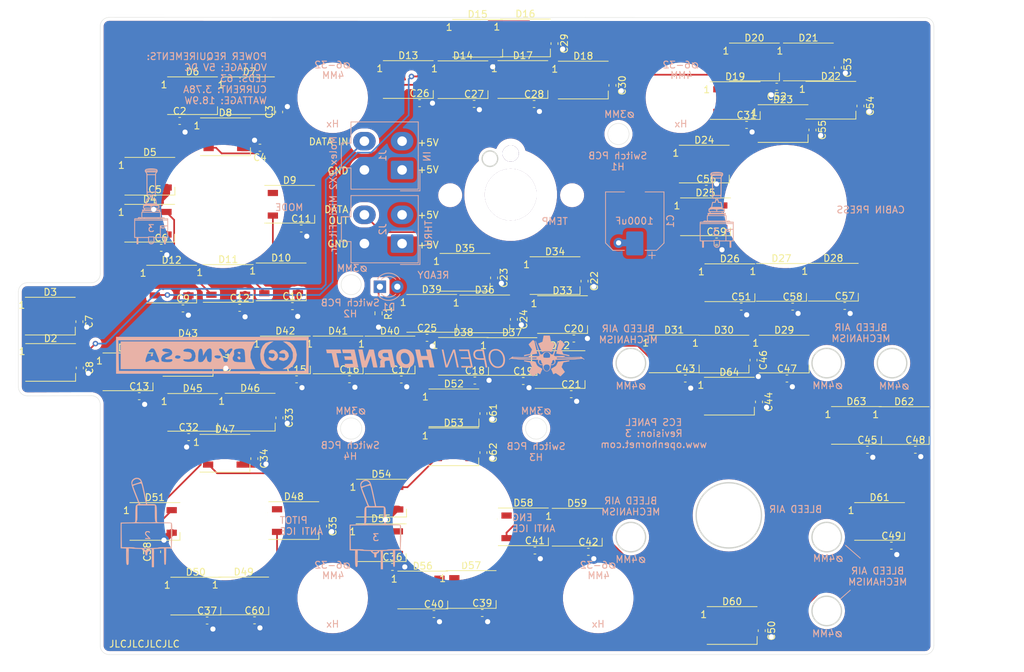
<source format=kicad_pcb>
(kicad_pcb (version 20211014) (generator pcbnew)
  (title_block (title "ECS PANEL") (date "2023-02-10") (rev "3"))
  (layers (0 "F.Cu" signal) (31 "B.Cu" signal) (34 "B.Paste" user) (35 "F.Paste" user) (36 "B.SilkS" user "B.Silkscreen") (37 "F.SilkS" user "F.Silkscreen") (38 "B.Mask" user) (39 "F.Mask" user) (44 "Edge.Cuts" user))
  (net 0 "")
  (net 1 "/LEDGND")
  (net 2 "/LED+5V")
  (net 3 "Net-(D1-Pad1)")
  (net 4 "Net-(D2-Pad2)")
  (net 5 "/DATAIN")
  (net 6 "Net-(D3-Pad2)")
  (net 7 "Net-(D4-Pad2)")
  (net 8 "Net-(D5-Pad2)")
  (net 9 "Net-(D6-Pad2)")
  (net 10 "Net-(D7-Pad2)")
  (net 11 "Net-(D8-Pad2)")
  (net 12 "Net-(D10-Pad4)")
  (net 13 "Net-(D10-Pad2)")
  (net 14 "Net-(D11-Pad2)")
  (net 15 "Net-(D12-Pad2)")
  (net 16 "Net-(D14-Pad2)")
  (net 17 "Net-(D15-Pad2)")
  (net 18 "Net-(D16-Pad2)")
  (net 19 "Net-(D17-Pad2)")
  (net 20 "Net-(D18-Pad2)")
  (net 21 "Net-(D19-Pad2)")
  (net 22 "Net-(D20-Pad2)")
  (net 23 "Net-(D21-Pad2)")
  (net 24 "Net-(D22-Pad2)")
  (net 25 "Net-(D23-Pad2)")
  (net 26 "Net-(D24-Pad2)")
  (net 27 "Net-(D26-Pad2)")
  (net 28 "Net-(D27-Pad2)")
  (net 29 "Net-(D28-Pad2)")
  (net 30 "Net-(D29-Pad2)")
  (net 31 "Net-(D30-Pad2)")
  (net 32 "Net-(D31-Pad2)")
  (net 33 "Net-(D32-Pad2)")
  (net 34 "Net-(D33-Pad2)")
  (net 35 "Net-(D34-Pad2)")
  (net 36 "Net-(D35-Pad2)")
  (net 37 "Net-(D36-Pad2)")
  (net 38 "/DATAOUT")
  (net 39 "Net-(D38-Pad2)")
  (net 40 "Net-(D39-Pad2)")
  (net 41 "Net-(D40-Pad2)")
  (net 42 "Net-(D41-Pad2)")
  (net 43 "Net-(D42-Pad2)")
  (net 44 "Net-(D43-Pad2)")
  (net 45 "Net-(D44-Pad2)")
  (net 46 "Net-(D45-Pad2)")
  (net 47 "Net-(D46-Pad2)")
  (net 48 "Net-(D47-Pad2)")
  (net 49 "Net-(D48-Pad2)")
  (net 50 "Net-(D50-Pad2)")
  (net 51 "Net-(D51-Pad2)")
  (net 52 "Net-(D52-Pad2)")
  (net 53 "Net-(D53-Pad2)")
  (net 54 "Net-(D54-Pad2)")
  (net 55 "Net-(D55-Pad2)")
  (net 56 "Net-(D56-Pad2)")
  (net 57 "Net-(D57-Pad2)")
  (net 58 "Net-(D58-Pad2)")
  (net 59 "Net-(D59-Pad2)")
  (net 60 "Net-(D60-Pad2)")
  (net 61 "Net-(D61-Pad2)")
  (net 62 "Net-(D13-Pad2)")
  (net 63 "Net-(D25-Pad2)")
  (net 64 "Net-(D37-Pad2)")
  (net 65 "Net-(D49-Pad2)")
  (net 66 "Net-(D62-Pad2)")
  (net 67 "Net-(D63-Pad2)")
  (footprint "OH_Footprints:LED_WS2812B_PLCC4_5.0x5.0mm_P3.2mm" (layer "F.Cu") (at 80.369158 94.639087)
    (fp_text reference "D2")
    (fp_text value "WS2812B")
  )
  (footprint "OH_Footprints:LED_WS2812B_PLCC4_5.0x5.0mm_P3.2mm" (layer "F.Cu") (at 80.318358 87.883087)
    (fp_text reference "D3")
    (fp_text value "WS2812B")
  )
  (footprint "OH_Footprints:LED_WS2812B_PLCC4_5.0x5.0mm_P3.2mm" (layer "F.Cu") (at 94.821758 74.319087)
    (fp_text reference "D4")
    (fp_text value "WS2812B")
  )
  (footprint "OH_Footprints:LED_WS2812B_PLCC4_5.0x5.0mm_P3.2mm" (layer "F.Cu") (at 94.847158 67.461087)
    (fp_text reference "D5")
    (fp_text value "WS2812B")
  )
  (footprint "OH_Footprints:LED_WS2812B_PLCC4_5.0x5.0mm_P3.2mm" (layer "F.Cu") (at 101.070158 55.700887)
    (fp_text reference "D6")
    (fp_text value "WS2812B")
  )
  (footprint "OH_Footprints:LED_WS2812B_PLCC4_5.0x5.0mm_P3.2mm" (layer "F.Cu") (at 109.375958 55.700887)
    (fp_text reference "D7")
    (fp_text value "WS2812B")
  )
  (footprint "OH_Footprints:LED_WS2812B_PLCC4_5.0x5.0mm_P3.2mm" (layer "F.Cu") (at 115.243358 71.550487)
    (fp_text reference "D9")
    (fp_text value "WS2812B")
  )
  (footprint "OH_Footprints:LED_WS2812B_PLCC4_5.0x5.0mm_P3.2mm" (layer "F.Cu") (at 113.998758 82.879087)
    (fp_text reference "D10")
    (fp_text value "WS2812B")
  )
  (footprint "OH_Footprints:LED_WS2812B_PLCC4_5.0x5.0mm_P3.2mm" (layer "F.Cu") (at 106.277158 83.107087)
    (fp_text reference "D11")
    (fp_text value "WS2812B")
  )
  (footprint "OH_Footprints:LED_WS2812B_PLCC4_5.0x5.0mm_P3.2mm" (layer "F.Cu") (at 98.022158 83.209087)
    (fp_text reference "D12")
    (fp_text value "WS2812B")
  )
  (footprint "OH_Footprints:LED_WS2812B_PLCC4_5.0x5.0mm_P3.2mm" (layer "F.Cu") (at 132.540758 53.338687)
    (fp_text reference "D13")
    (fp_text value "WS2812B")
  )
  (footprint "OH_Footprints:LED_WS2812B_PLCC4_5.0x5.0mm_P3.2mm" (layer "F.Cu") (at 140.516358 53.364087)
    (fp_text reference "D14")
    (fp_text value "WS2812B")
  )
  (footprint "OH_Footprints:LED_WS2812B_PLCC4_5.0x5.0mm_P3.2mm" (layer "F.Cu") (at 142.661558 47.319087)
    (fp_text reference "D15")
    (fp_text value "WS2812B")
  )
  (footprint "OH_Footprints:LED_WS2812B_PLCC4_5.0x5.0mm_P3.2mm" (layer "F.Cu") (at 149.623358 47.268287)
    (fp_text reference "D16")
    (fp_text value "WS2812B")
  )
  (footprint "OH_Footprints:LED_WS2812B_PLCC4_5.0x5.0mm_P3.2mm" (layer "F.Cu") (at 149.253958 53.338687)
    (fp_text reference "D17")
    (fp_text value "WS2812B")
  )
  (footprint "OH_Footprints:LED_WS2812B_PLCC4_5.0x5.0mm_P3.2mm" (layer "F.Cu") (at 158.068158 53.414887)
    (fp_text reference "D18")
    (fp_text value "WS2812B")
  )
  (footprint "OH_Footprints:LED_WS2812B_PLCC4_5.0x5.0mm_P3.2mm" (layer "F.Cu") (at 180.230158 56.412287)
    (fp_text reference "D19")
    (fp_text value "WS2812B")
  )
  (footprint "OH_Footprints:LED_WS2812B_PLCC4_5.0x5.0mm_P3.2mm" (layer "F.Cu") (at 183.036158 50.773287)
    (fp_text reference "D20")
    (fp_text value "WS2812B")
  )
  (footprint "OH_Footprints:LED_WS2812B_PLCC4_5.0x5.0mm_P3.2mm" (layer "F.Cu") (at 190.910158 50.773287)
    (fp_text reference "D21")
    (fp_text value "WS2812B")
  )
  (footprint "OH_Footprints:LED_WS2812B_PLCC4_5.0x5.0mm_P3.2mm" (layer "F.Cu") (at 194.186158 56.361287)
    (fp_text reference "D22")
    (fp_text value "WS2812B")
  )
  (footprint "OH_Footprints:LED_WS2812B_PLCC4_5.0x5.0mm_P3.2mm" (layer "F.Cu") (at 187.215158 59.765087)
    (fp_text reference "D23")
    (fp_text value "WS2812B")
  )
  (footprint "OH_Footprints:LED_WS2812B_PLCC4_5.0x5.0mm_P3.2mm" (layer "F.Cu") (at 175.721158 65.683087)
    (fp_text reference "D24")
    (fp_text value "WS2812B")
  )
  (footprint "OH_Footprints:LED_WS2812B_PLCC4_5.0x5.0mm_P3.2mm" (layer "F.Cu") (at 175.898158 73.379287)
    (fp_text reference "D25")
    (fp_text value "WS2812B")
  )
  (footprint "OH_Footprints:LED_WS2812B_PLCC4_5.0x5.0mm_P3.2mm" (layer "F.Cu") (at 179.454158 83.006087)
    (fp_text reference "D26")
    (fp_text value "WS2812B")
  )
  (footprint "OH_Footprints:LED_WS2812B_PLCC4_5.0x5.0mm_P3.2mm" (layer "F.Cu") (at 186.973158 82.955087)
    (fp_text reference "D27")
    (fp_text value "WS2812B")
  )
  (footprint "OH_Footprints:LED_WS2812B_PLCC4_5.0x5.0mm_P3.2mm" (layer "F.Cu") (at 194.542158 82.930087)
    (fp_text reference "D28")
    (fp_text value "WS2812B")
  )
  (footprint "OH_Footprints:LED_WS2812B_PLCC4_5.0x5.0mm_P3.2mm" (layer "F.Cu") (at 178.591158 93.420087)
    (fp_text reference "D30")
    (fp_text value "WS2812B")
  )
  (footprint "OH_Footprints:LED_WS2812B_PLCC4_5.0x5.0mm_P3.2mm" (layer "F.Cu") (at 171.326158 93.394087)
    (fp_text reference "D31")
    (fp_text value "WS2812B")
  )
  (footprint "OH_Footprints:LED_WS2812B_PLCC4_5.0x5.0mm_P3.2mm" (layer "F.Cu") (at 154.678158 95.680087)
    (fp_text reference "D32")
    (fp_text value "WS2812B")
  )
  (footprint "OH_Footprints:LED_WS2812B_PLCC4_5.0x5.0mm_P3.2mm" (layer "F.Cu") (at 155.045158 87.654087)
    (fp_text reference "D33")
    (fp_text value "WS2812B")
  )
  (footprint "OH_Footprints:LED_WS2812B_PLCC4_5.0x5.0mm_P3.2mm" (layer "F.Cu") (at 153.952958 81.964087)
    (fp_text reference "D34")
    (fp_text value "WS2812B")
  )
  (footprint "OH_Footprints:LED_WS2812B_PLCC4_5.0x5.0mm_P3.2mm" (layer "F.Cu") (at 140.821158 81.482087)
    (fp_text reference "D35")
    (fp_text value "WS2812B")
  )
  (footprint "OH_Footprints:LED_WS2812B_PLCC4_5.0x5.0mm_P3.2mm" (layer "F.Cu") (at 143.691358 87.552087)
    (fp_text reference "D36")
    (fp_text value "WS2812B")
  )
  (footprint "OH_Footprints:LED_WS2812B_PLCC4_5.0x5.0mm_P3.2mm" (layer "F.Cu") (at 147.667558 93.776087)
    (fp_text reference "D37")
    (fp_text value "WS2812B")
  )
  (footprint "OH_Footprints:R_0603_1608Metric" (layer "F.Cu") (at 128.207158 87.466087 -90)
    (fp_text reference "R1")
    (fp_text value "R")
  )
  (footprint "OH_Footprints:LED_WS2812B_PLCC4_5.0x5.0mm_P3.2mm" (layer "F.Cu") (at 140.592558 93.750087)
    (fp_text reference "D38")
    (fp_text value "WS2812B")
  )
  (footprint "OH_Footprints:LED_WS2812B_PLCC4_5.0x5.0mm_P3.2mm" (layer "F.Cu") (at 135.969758 87.476087)
    (fp_text reference "D39")
    (fp_text value "WS2812B")
  )
  (footprint "OH_Footprints:LED_WS2812B_PLCC4_5.0x5.0mm_P3.2mm" (layer "F.Cu") (at 129.873758 93.547087)
    (fp_text reference "D40")
    (fp_text value "WS2812B")
  )
  (footprint "OH_Footprints:LED_WS2812B_PLCC4_5.0x5.0mm_P3.2mm" (layer "F.Cu") (at 122.304558 93.547087)
    (fp_text reference "D41")
    (fp_text value "WS2812B")
  )
  (footprint "OH_Footprints:LED_WS2812B_PLCC4_5.0x5.0mm_P3.2mm" (layer "F.Cu") (at 114.608358 93.547087)
    (fp_text reference "D42")
    (fp_text value "WS2812B")
  )
  (footprint "OH_Footprints:LED_WS2812B_PLCC4_5.0x5.0mm_P3.2mm" (layer "F.Cu") (at 100.409758 93.902087)
    (fp_text reference "D43")
    (fp_text value "WS2812B")
  )
  (footprint "OH_Footprints:LED_WS2812B_PLCC4_5.0x5.0mm_P3.2mm" (layer "F.Cu") (at 91.646758 96.011087)
    (fp_text reference "D44")
    (fp_text value "WS2812B")
  )
  (footprint "OH_Footprints:LED_WS2812B_PLCC4_5.0x5.0mm_P3.2mm" (layer "F.Cu") (at 101.095558 101.929087)
    (fp_text reference "D45")
    (fp_text value "WS2812B")
  )
  (footprint "OH_Footprints:LED_WS2812B_PLCC4_5.0x5.0mm_P3.2mm" (layer "F.Cu") (at 109.477558 101.903087)
    (fp_text reference "D46")
    (fp_text value "WS2812B")
  )
  (footprint "OH_Footprints:LED_WS2812B_PLCC4_5.0x5.0mm_P3.2mm" (layer "F.Cu") (at 105.794558 107.898087)
    (fp_text reference "D47")
    (fp_text value "WS2812B")
  )
  (footprint "OH_Footprints:LED_WS2812B_PLCC4_5.0x5.0mm_P3.2mm" (layer "F.Cu") (at 115.852958 117.728087)
    (fp_text reference "D48")
    (fp_text value "WS2812B")
  )
  (footprint "OH_Footprints:LED_WS2812B_PLCC4_5.0x5.0mm_P3.2mm" (layer "F.Cu") (at 108.537758 128.726087)
    (fp_text reference "D49")
    (fp_text value "WS2812B")
  )
  (footprint "OH_Footprints:LED_WS2812B_PLCC4_5.0x5.0mm_P3.2mm" (layer "F.Cu") (at 101.541158 128.751087)
    (fp_text reference "D50")
    (fp_text value "WS2812B")
  )
  (footprint "OH_Footprints:LED_WS2812B_PLCC4_5.0x5.0mm_P3.2mm" (layer "F.Cu") (at 95.583758 117.855087)
    (fp_text reference "D51")
    (fp_text value "WS2812B")
  )
  (footprint "OH_Footprints:LED_WS2812B_PLCC4_5.0x5.0mm_P3.2mm" (layer "F.Cu") (at 139.195558 101.268087)
    (fp_text reference "D52")
    (fp_text value "WS2812B")
  )
  (footprint "OH_Footprints:LED_WS2812B_PLCC4_5.0x5.0mm_P3.2mm" (layer "F.Cu") (at 139.170158 106.958087)
    (fp_text reference "D53")
    (fp_text value "WS2812B")
  )
  (footprint "OH_Footprints:LED_WS2812B_PLCC4_5.0x5.0mm_P3.2mm" (layer "F.Cu") (at 128.629158 114.451087)
    (fp_text reference "D54")
    (fp_text value "WS2812B")
  )
  (footprint "OH_Footprints:LED_WS2812B_PLCC4_5.0x5.0mm_P3.2mm" (layer "F.Cu") (at 128.578358 120.953087)
    (fp_text reference "D55")
    (fp_text value "WS2812B")
  )
  (footprint "OH_Footprints:LED_WS2812B_PLCC4_5.0x5.0mm_P3.2mm" (layer "F.Cu") (at 134.648958 127.862087)
    (fp_text reference "D56")
    (fp_text value "WS2812B")
  )
  (footprint "OH_Footprints:LED_WS2812B_PLCC4_5.0x5.0mm_P3.2mm" (layer "F.Cu") (at 141.710158 127.786087)
    (fp_text reference "D57")
    (fp_text value "WS2812B")
  )
  (footprint "OH_Footprints:LED_WS2812B_PLCC4_5.0x5.0mm_P3.2mm" (layer "F.Cu") (at 149.330158 118.642087)
    (fp_text reference "D58")
    (fp_text value "WS2812B")
  )
  (footprint "OH_Footprints:LED_WS2812B_PLCC4_5.0x5.0mm_P3.2mm" (layer "F.Cu") (at 157.179158 118.693087)
    (fp_text reference "D59")
    (fp_text value "WS2812B")
  )
  (footprint "OH_Footprints:LED_WS2812B_PLCC4_5.0x5.0mm_P3.2mm" (layer "F.Cu") (at 179.785158 133.044087)
    (fp_text reference "D60")
    (fp_text value "WS2812B")
  )
  (footprint "OH_Footprints:LED_WS2812B_PLCC4_5.0x5.0mm_P3.2mm" (layer "F.Cu") (at 201.298158 117.855087)
    (fp_text reference "D61")
    (fp_text value "WS2812B")
  )
  (footprint "OH_Footprints:LED_WS2812B_PLCC4_5.0x5.0mm_P3.2mm" (layer "F.Cu") (at 204.880158 103.859087)
    (fp_text reference "D62")
    (fp_text value "WS2812B")
  )
  (footprint "OH_Footprints:LED_WS2812B_PLCC4_5.0x5.0mm_P3.2mm" (layer "F.Cu") (at 197.920158 103.834087)
    (fp_text reference "D63")
    (fp_text value "WS2812B")
  )
  (footprint "OH_Footprints:LED_WS2812B_PLCC4_5.0x5.0mm_P3.2mm" (layer "F.Cu") (at 179.378158 99.567087)
    (fp_text reference "D64")
    (fp_text value "WS2812B")
  )
  (footprint "OH_Footprints:C_0603_1608Metric" (layer "F.Cu") (at 99.194658 59.391087)
    (fp_text reference "C2")
    (fp_text value "C")
  )
  (footprint "OH_Footprints:C_0603_1608Metric" (layer "F.Cu") (at 113.707158 58.078587 90)
    (fp_text reference "C3")
    (fp_text value "C")
  )
  (footprint "OH_Footprints:C_0603_1608Metric" (layer "F.Cu") (at 110.907158 63.291087 180)
    (fp_text reference "C4")
    (fp_text value "C")
  )
  (footprint "OH_Footprints:C_0603_1608Metric" (layer "F.Cu") (at 95.599658 70.831087)
    (fp_text reference "C5")
    (fp_text value "C")
  )
  (footprint "OH_Footprints:C_0603_1608Metric" (layer "F.Cu") (at 96.509658 77.901087)
    (fp_text reference "C6")
    (fp_text value "C")
  )
  (footprint "OH_Footprints:C_0603_1608Metric" (layer "F.Cu") (at 84.567158 88.693087 -90)
    (fp_text reference "C7")
    (fp_text value "C")
  )
  (footprint "OH_Footprints:C_0603_1608Metric" (layer "F.Cu") (at 84.627158 95.443087 -90)
    (fp_text reference "C8")
    (fp_text value "C")
  )
  (footprint "OH_Footprints:C_0603_1608Metric" (layer "F.Cu") (at 99.679658 86.761087)
    (fp_text reference "C9")
    (fp_text value "C")
  )
  (footprint "OH_Footprints:C_0603_1608Metric" (layer "F.Cu") (at 115.649658 86.421087)
    (fp_text reference "C10")
    (fp_text value "C")
  )
  (footprint "OH_Footprints:C_0603_1608Metric" (layer "F.Cu") (at 116.929658 75.091087)
    (fp_text reference "C11")
    (fp_text value "C")
  )
  (footprint "OH_Footprints:C_0603_1608Metric" (layer "F.Cu") (at 107.949658 86.671087)
    (fp_text reference "C12")
    (fp_text value "C")
  )
  (footprint "OH_Footprints:C_0603_1608Metric" (layer "F.Cu") (at 93.299658 99.571087)
    (fp_text reference "C13")
    (fp_text value "C")
  )
  (footprint "OH_Footprints:C_0603_1608Metric" (layer "F.Cu") (at 104.697158 94.703087 -90)
    (fp_text reference "C14")
    (fp_text value "C")
  )
  (footprint "OH_Footprints:C_0603_1608Metric" (layer "F.Cu") (at 116.249658 97.111087)
    (fp_text reference "C15")
    (fp_text value "C")
  )
  (footprint "OH_Footprints:C_0603_1608Metric" (layer "F.Cu") (at 123.969658 97.101087)
    (fp_text reference "C16")
    (fp_text value "C")
  )
  (footprint "OH_Footprints:C_0603_1608Metric" (layer "F.Cu") (at 131.529658 97.131087)
    (fp_text reference "C17")
    (fp_text value "C")
  )
  (footprint "OH_Footprints:C_0603_1608Metric" (layer "F.Cu") (at 142.259658 97.281087)
    (fp_text reference "C18")
    (fp_text value "C")
  )
  (footprint "OH_Footprints:C_0603_1608Metric" (layer "F.Cu") (at 149.317158 97.351087)
    (fp_text reference "C19")
    (fp_text value "C")
  )
  (footprint "OH_Footprints:C_0603_1608Metric" (layer "F.Cu") (at 156.699158 91.151087)
    (fp_text reference "C20")
    (fp_text value "C")
  )
  (footprint "OH_Footprints:C_0603_1608Metric" (layer "F.Cu") (at 156.317158 99.281087)
    (fp_text reference "C21")
    (fp_text value "C")
  )
  (footprint "OH_Footprints:C_0603_1608Metric" (layer "F.Cu") (at 158.257158 82.773087 -90)
    (fp_text reference "C22")
    (fp_text value "C")
  )
  (footprint "OH_Footprints:C_0603_1608Metric" (layer "F.Cu") (at 147.957158 88.359087 -90)
    (fp_text reference "C24")
    (fp_text value "C")
  )
  (footprint "OH_Footprints:C_0603_1608Metric" (layer "F.Cu") (at 135.279658 91.051087)
    (fp_text reference "C25")
    (fp_text value "C")
  )
  (footprint "OH_Footprints:C_0603_1608Metric" (layer "F.Cu") (at 134.189658 56.791087)
    (fp_text reference "C26")
    (fp_text value "C")
  )
  (footprint "OH_Footprints:C_0603_1608Metric" (layer "F.Cu") (at 142.149658 56.901087)
    (fp_text reference "C27")
    (fp_text value "C")
  )
  (footprint "OH_Footprints:C_0603_1608Metric" (layer "F.Cu") (at 150.899658 56.921087)
    (fp_text reference "C28")
    (fp_text value "C")
  )
  (footprint "OH_Footprints:C_0603_1608Metric" (layer "F.Cu") (at 153.877158 48.093587 -90)
    (fp_text reference "C29")
    (fp_text value "C")
  )
  (footprint "OH_Footprints:C_0603_1608Metric" (layer "F.Cu") (at 162.327158 54.193587 -90)
    (fp_text reference "C30")
    (fp_text value "C")
  )
  (footprint "OH_Footprints:C_0603_1608Metric" (layer "F.Cu") (at 181.895158 59.961087)
    (fp_text reference "C31")
    (fp_text value "C")
  )
  (footprint "OH_Footprints:C_0603_1608Metric" (layer "F.Cu") (at 145.067158 82.293087 -90)
    (fp_text reference "C23")
    (fp_text value "C")
  )
  (footprint "OH_Footprints:C_0603_1608Metric" (layer "F.Cu") (at 100.509658 105.541087)
    (fp_text reference "C32")
    (fp_text value "C")
  )
  (footprint "OH_Footprints:C_0603_1608Metric" (layer "F.Cu") (at 113.747158 102.723087 -90)
    (fp_text reference "C33")
    (fp_text value "C")
  )
  (footprint "OH_Footprints:C_0603_1608Metric" (layer "F.Cu") (at 110.087158 108.683087 -90)
    (fp_text reference "C34")
    (fp_text value "C")
  )
  (footprint "OH_Footprints:C_0603_1608Metric" (layer "F.Cu") (at 120.117158 118.553087 -90)
    (fp_text reference "C35")
    (fp_text value "C")
  )
  (footprint "OH_Footprints:C_0603_1608Metric" (layer "F.Cu") (at 130.239658 124.491087)
    (fp_text reference "C36")
    (fp_text value "C")
  )
  (footprint "OH_Footprints:C_0603_1608Metric" (layer "F.Cu") (at 103.199658 132.321087)
    (fp_text reference "C37")
    (fp_text value "C")
  )
  (footprint "OH_Footprints:C_0603_1608Metric" (layer "F.Cu") (at 95.907158 122.278587 90)
    (fp_text reference "C38")
    (fp_text value "C")
  )
  (footprint "OH_Footprints:C_0603_1608Metric" (layer "F.Cu") (at 143.335658 131.215087)
    (fp_text reference "C39")
    (fp_text value "C")
  )
  (footprint "OH_Footprints:C_0603_1608Metric" (layer "F.Cu") (at 136.289658 131.371087)
    (fp_text reference "C40")
    (fp_text value "C")
  )
  (footprint "OH_Footprints:C_0603_1608Metric" (layer "F.Cu") (at 151.019658 122.091087)
    (fp_text reference "C41")
    (fp_text value "C")
  )
  (footprint "OH_Footprints:C_0603_1608Metric" (layer "F.Cu") (at 158.819158 122.291087)
    (fp_text reference "C42")
    (fp_text value "C")
  )
  (footprint "OH_Footprints:C_0603_1608Metric" (layer "F.Cu") (at 172.954158 96.991087)
    (fp_text reference "C43")
    (fp_text value "C")
  )
  (footprint "OH_Footprints:C_0603_1608Metric" (layer "F.Cu") (at 199.519158 107.391087)
    (fp_text reference "C45")
    (fp_text value "C")
  )
  (footprint "OH_Footprints:C_0603_1608Metric" (layer "F.Cu") (at 182.907158 94.303087 -90)
    (fp_text reference "C46")
    (fp_text value "C")
  )
  (footprint "OH_Footprints:C_0603_1608Metric" (layer "F.Cu") (at 206.519158 107.391087)
    (fp_text reference "C48")
    (fp_text value "C")
  )
  (footprint "OH_Footprints:C_0603_1608Metric" (layer "F.Cu") (at 203.019158 121.391087)
    (fp_text reference "C49")
    (fp_text value "C")
  )
  (footprint "OH_Footprints:C_0603_1608Metric" (layer "F.Cu") (at 184.107158 133.803087 -90)
    (fp_text reference "C50")
    (fp_text value "C")
  )
  (footprint "OH_Footprints:C_0603_1608Metric" (layer "F.Cu") (at 181.119158 86.491087)
    (fp_text reference "C51")
    (fp_text value "C")
  )
  (footprint "OH_Footprints:C_0603_1608Metric" (layer "F.Cu") (at 183.707158 100.403087 -90)
    (fp_text reference "C44")
    (fp_text value "C")
  )
  (footprint "OH_Footprints:C_0603_1608Metric" (layer "F.Cu") (at 186.295158 54.391087 180)
    (fp_text reference "C52")
    (fp_text value "C")
  )
  (footprint "OH_Footprints:C_0603_1608Metric" (layer "F.Cu") (at 198.507158 57.203587 -90)
    (fp_text reference "C54")
    (fp_text value "C")
  )
  (footprint "OH_Footprints:C_0603_1608Metric" (layer "F.Cu") (at 191.507158 60.703587 -90)
    (fp_text reference "C55")
    (fp_text value "C")
  )
  (footprint "OH_Footprints:C_0603_1608Metric" (layer "F.Cu") (at 176.019158 69.291087)
    (fp_text reference "C56")
    (fp_text value "C")
  )
  (footprint "OH_Footprints:C_0603_1608Metric" (layer "F.Cu") (at 196.219158 86.391087)
    (fp_text reference "C57")
    (fp_text value "C")
  )
  (footprint "OH_Footprints:C_0603_1608Metric" (layer "F.Cu") (at 188.619158 86.491087)
    (fp_text reference "C58")
    (fp_text value "C")
  )
  (footprint "OH_Footprints:C_0603_1608Metric" (layer "F.Cu") (at 110.119658 132.291087)
    (fp_text reference "C60")
    (fp_text value "C")
  )
  (footprint "OH_Footprints:C_0603_1608Metric" (layer "F.Cu") (at 143.507158 102.103087 -90)
    (fp_text reference "C61")
    (fp_text value "C")
  )
  (footprint "OH_Footprints:C_0603_1608Metric" (layer "F.Cu") (at 195.207158 51.603587 -90)
    (fp_text reference "C53")
    (fp_text value "C")
  )
  (footprint "OH_Footprints:C_0603_1608Metric" (layer "F.Cu") (at 177.519158 76.991087)
    (fp_text reference "C59")
    (fp_text value "C")
  )
  (footprint "OH_Footprints:C_0603_1608Metric" (layer "F.Cu") (at 143.507158 107.803087 -90)
    (fp_text reference "C62")
    (fp_text value "C")
  )
  (footprint "OH_Footprints:LED_WS2812B_PLCC4_5.0x5.0mm_P3.2mm" (layer "F.Cu") (at 105.870758 61.695287)
    (fp_text reference "D8")
    (fp_text value "WS2812B")
  )
  (footprint "OH_Footprints:SxAL_Toggle_13x13mm" (layer "F.Cu") (at 105.515158 71.880687)
    (fp_text reference "1" hide)
    (fp_text value "SxAL_Toggle_13x13mm" hide)
  )
  (footprint "OH_Footprints:S3AL_Toggle_Silkscreen" (layer "F.Cu") (at 94.907158 71.991087)
    (fp_text reference "G***" hide)
    (fp_text value "S3AL Toggle" hide)
  )
  (footprint "OH_Footprints:SxAL_Toggle_13x13mm" (layer "F.Cu") (at 187.557158 71.880687)
    (fp_text reference "3" hide)
    (fp_text value "SxAL_Toggle_13x13mm" hide)
  )
  (footprint "OH_Footprints:S3AL_Toggle_Silkscreen" (layer "F.Cu") (at 177.407158 72.491087)
    (fp_text reference "G***" hide)
    (fp_text value "S3AL Toggle" hide)
  )
  (footprint "OH_Footprints:631H_Toggle_13mm_x_13mm" (layer "F.Cu") (at 105.769158 117.600687)
    (fp_text reference "5" hide)
    (fp_text value "631H_Toggle_13mm_x_13mm" hide)
  )
  (footprint "OH_Footprints:631H_Toggle_Silkscreen" (layer "F.Cu") (at 94.307158 117.991087)
    (fp_text reference "G***" hide)
    (fp_text value "631H Toggle" hide)
  )
  (footprint "OH_Footprints:631H_Toggle_Silkscreen" (layer "F.Cu") (at 127.707158 118.291087)
    (fp_text reference "G***" hide)
    (fp_text value "631H Toggle" hide)
  )
  (footprint "OH_Footprints:631H_Toggle_13mm_x_13mm" (layer "F.Cu") (at 139.106657 117.600687)
    (fp_text reference "REF**" hide)
    (fp_text value "631H_Toggle_13mm_x_13mm" hide)
  )
  (footprint "OH_Footprints:BR10K_Pot_11mm_x_11mm" (layer "F.Cu") (at 147.482158 70.141087 180)
    (fp_text reference "REF**" hide)
    (fp_text value "BR10K_Pot_11mm_x_11mm" hide)
  )
  (footprint "OH_Footprints:OH_Panel_6-32_PHS" (layer "F.Cu") (at 121.517158 56.005687)
    (fp_text reference "REF**" hide)
    (fp_text value "OH_Panel_Fastner_Keepout" hide)
  )
  (footprint "OH_Footprints:OH_Panel_6-32_PHS" (layer "F.Cu") (at 172.317158 56.005687)
    (fp_text reference "REF**" hide)
    (fp_text value "OH_Panel_Fastner_Keepout" hide)
  )
  (footprint "OH_Footprints:OH_Panel_6-32_PHS" (layer "F.Cu") (at 160.252158 129.030687)
    (fp_text reference "REF**" hide)
    (fp_text value "OH_Panel_Fastner_Keepout" hide)
  )
  (footprint "OH_Footprints:OH_Panel_6-32_PHS" (layer "F.Cu") (at 121.517158 129.030687)
    (fp_text reference "REF**" hide)
    (fp_text value "OH_Panel_Fastner_Keepout" hide)
  )
  (footprint "OH_Footprints:MountingHole_2.5mm" (layer "F.Cu") (at 138.662158 70.229687)
    (fp_text reference "REF**" hide)
    (fp_text value "MountingHole")
  )
  (footprint "OH_Footprints:MountingHole_2.5mm" (layer "F.Cu") (at 156.442158 70.229687)
    (fp_text reference "REF**" hide)
    (fp_text value "MountingHole")
  )
  (footprint "OH_Footprints:LED_WS2812B_PLCC4_5.0x5.0mm_P3.2mm" (layer "F.Cu") (at 187.379158 93.420087)
    (fp_text reference "D29")
    (fp_text value "WS2812B")
  )
  (footprint "OH_Footprints:C_0603_1608Metric" (layer "F.Cu") (at 187.784158 96.991087)
    (fp_text reference "C47")
    (fp_text value "C")
  )
  (footprint "OH_Footprints:CP_Elec_8x10" (layer "B.Cu") (at 165.586158 74.014087 90)
    (fp_text reference "C1")
    (fp_text value "C_Polarized")
  )
  (footprint "OH_Footprints:LED_D3.0mm" (layer "B.Cu") (at 128.407158 83.591087)
    (fp_text reference "D1")
    (fp_text value "LED")
  )
  (footprint "OH_Footprints:Molex_Mini-Fit_Jr_5566-04A_2x02_P4.20mm_Vertical" (layer "B.Cu") (at 131.643158 66.539687 90)
    (fp_text reference "J1")
    (fp_text value "Conn_01x04_Female")
  )
  (footprint "OH_Footprints:Molex_Mini-Fit_Jr_5566-04A_2x02_P4.20mm_Vertical" (layer "B.Cu") (at 131.643158 77.291087 90)
    (fp_text reference "J2")
    (fp_text value "Conn_01x04_Female")
  )
  (footprint "OH_Footprints:CC-BY-NC-SA-Small" (layer "B.Cu") (at 104.049664 93.597887 180)
    (fp_text reference "G***" hide)
    (fp_text value "LOGO" hide)
  )
  (footprint "OH_Footprints:OH_LOGO_37.7mm_5.9mm" (layer "B.Cu") (at 139.407158 93.691087 180)
    (fp_text reference "G***" hide)
    (fp_text value "LOGO" hide)
  )
  (gr_line (start 197.031358 127.887687) (end 195.558158 129.183087) (layer "B.SilkS") (width 0.12))
  (gr_line (start 198.479158 123.214087) (end 196.320158 121.334487) (layer "B.SilkS") (width 0.12))
  (gr_circle (center 163.207158 61.291087) (end 164.757158 61.291087) (layer "Edge.Cuts") (width 0.05) (fill none))
  (gr_line (start 88.928958 137.285687) (end 207.953358 137.285687) (layer "Edge.Cuts") (width 0.05))
  (gr_arc (start 87.608158 45.591687) (mid 87.969611 44.668261) (end 88.878158 44.270887) (layer "Edge.Cuts") (width 0.05))
  (gr_arc (start 88.928958 137.285687) (mid 88.005532 136.924234) (end 87.608158 136.015687) (layer "Edge.Cuts") (width 0.05))
  (gr_arc (start 87.607158 81.685087) (mid 87.245705 82.608513) (end 86.337158 83.005887) (layer "Edge.Cuts") (width 0.05))
  (gr_arc (start 207.902558 44.296287) (mid 208.825984 44.65774) (end 209.223358 45.566287) (layer "Edge.Cuts") (width 0.05))
  (gr_circle (center 193.589658 120.140687) (end 195.742308 120.140687) (layer "Edge.Cuts") (width 0.2) (fill none))
  (gr_circle (center 193.589658 94.740687) (end 195.742308 94.740687) (layer "Edge.Cuts") (width 0.2) (fill none))
  (gr_circle (center 193.589658 130.919515) (end 195.742308 130.919515) (layer "Edge.Cuts") (width 0.2) (fill none))
  (gr_circle (center 179.302158 116.965687) (end 184.064658 116.965687) (layer "Edge.Cuts") (width 0.2) (fill none))
  (gr_line (start 209.223358 135.964887) (end 209.223358 45.566287) (layer "Edge.Cuts") (width 0.05))
  (gr_arc (start 75.670158 84.326687) (mid 76.031611 83.403261) (end 76.940158 83.005887) (layer "Edge.Cuts") (width 0.05))
  (gr_line (start 87.607158 100.760487) (end 87.608158 136.015687) (layer "Edge.Cuts") (width 0.05))
  (gr_arc (start 86.286358 99.490487) (mid 87.209784 99.85194) (end 87.607158 100.760487) (layer "Edge.Cuts") (width 0.05))
  (gr_circle (center 203.114658 94.740687) (end 205.267308 94.740687) (layer "Edge.Cuts") (width 0.2) (fill none))
  (gr_circle (center 124.207158 83.291087) (end 125.670912 83.291087) (layer "Edge.Cuts") (width 0.05) (fill none))
  (gr_circle (center 144.457059 64.895618) (end 145.591548 64.895618) (layer "Edge.Cuts") (width 0.2) (fill none))
  (gr_line (start 76.990958 99.515887) (end 86.286358 99.490487) (layer "Edge.Cuts") (width 0.05))
  (gr_line (start 87.608158 45.591687) (end 87.607158 81.685087) (layer "Edge.Cuts") (width 0.05))
  (gr_circle (center 165.014658 120.140687) (end 167.167307 120.140687) (layer "Edge.Cuts") (width 0.2) (fill none))
  (gr_circle (center 165.014658 94.740687) (end 167.167307 94.740687) (layer "Edge.Cuts") (width 0.2) (fill none))
  (gr_line (start 207.902558 44.296287) (end 88.878158 44.270887) (layer "Edge.Cuts") (width 0.05))
  (gr_line (start 86.337158 83.005887) (end 76.940158 83.005887) (layer "Edge.Cuts") (width 0.05))
  (gr_arc (start 76.990958 99.515887) (mid 76.067532 99.154434) (end 75.670158 98.245887) (layer "Edge.Cuts") (width 0.05))
  (gr_circle (center 124.207158 104.291087) (end 125.757158 104.291087) (layer "Edge.Cuts") (width 0.05) (fill none))
  (gr_line (start 75.670158 84.326687) (end 75.670158 98.245887) (layer "Edge.Cuts") (width 0.05))
  (gr_circle (center 151.207158 104.291087) (end 152.757158 104.291087) (layer "Edge.Cuts") (width 0.05) (fill none))
  (gr_arc (start 209.223358 135.964887) (mid 208.861905 136.888313) (end 207.953358 137.285687) (layer "Edge.Cuts") (width 0.05))
  (gr_text "READY" (at 136.207158 81.891087) (layer "B.SilkS") (effects (font (size 1 1)) (justify mirror)))
  (gr_text "BLEED AIR\nMECHANISM" (at 201.019158 125.881087) (layer "B.SilkS") (effects (font (size 1 1)) (justify mirror)))
  (gr_text "Switch PCB\nH2" (at 124.082558 86.739687) (layer "B.SilkS") (effects (font (size 1 1)) (justify mirror)))
  (gr_text "POWER REQUIREMENTS:\nVOLTAGE: 5V DC\nLEDS: 63\nCURRENT: 3.78A\nWATTAGE: 18.9W" (at 112.007158 53.191087) (layer "B.SilkS") (effects (font (size 1 1)) (justify left mirror)))
  (gr_text "⌀4MM" (at 203.457558 98.093487) (layer "B.SilkS") (effects (font (size 1 1)) (justify mirror)))
  (gr_text "⌀3MM" (at 124.407158 80.891087) (layer "B.SilkS") (effects (font (size 1 1)) (justify mirror)))
  (gr_text "Switch PCB\nH3" (at 151.184358 107.694687) (layer "B.SilkS") (effects (font (size 1 1)) (justify mirror)))
  (gr_text "MODE" (at 115.167158 72.007687) (layer "B.SilkS") (effects (font (size 1 1)) (justify mirror)))
  (gr_text "THRU" (at 135.507158 75.816087 90) (layer "B.SilkS") (effects (font (size 1 1)) (justify mirror)))
  (gr_text "BLEED AIR\nMECHANISM" (at 165.001958 115.644887) (layer "B.SilkS") (effects (font (size 1 1)) (justify mirror)))
  (gr_text "CABIN PRESS" (at 200.003158 72.363287) (layer "B.SilkS") (effects (font (size 1 1)) (justify mirror)))
  (gr_text "3" (at 127.807158 120.191087) (layer "B.SilkS") (effects (font (size 1 1)) (justify mirror)))
  (gr_text "TEMP" (at 153.902158 74.039687) (layer "B.SilkS") (effects (font (size 1 1)) (justify mirror)))
  (gr_text "⌀3MM" (at 163.376358 58.418687) (layer "B.SilkS") (effects (font (size 1 1)) (justify mirror)))
  (gr_text "⌀4MM" (at 193.703958 134.237687) (layer "B.SilkS") (effects (font (size 1 1)) (justify mirror)))
  (gr_text "ENG\nANTI ICE" (at 147.607158 118.091087) (layer "B.SilkS") (effects (font (size 1 1)) (justify right mirror)))
  (gr_text "ECS PANEL\nRevision: 3\nwww.openhornet.com" (at 168.354558 105.002487) (layer "B.SilkS") (effects (font (size 1 1)) (justify mirror)))
  (gr_text "Switch PCB\nH4" (at 124.082558 107.542287) (layer "B.SilkS") (effects (font (size 1 1)) (justify mirror)))
  (gr_text "BLEED AIR\nMECHANISM" (at 198.580758 90.346487) (layer "B.SilkS") (effects (font (size 1 1)) (justify mirror)))
  (gr_text "PITOT\nANTI ICE" (at 113.707158 118.491087) (layer "B.SilkS") (effects (font (size 1 1)) (justify right mirror)))
  (gr_text "2" (at 94.507158 119.891087) (layer "B.SilkS") (effects (font (size 1 1)) (justify mirror)))
  (gr_text "IN" (at 135.282158 64.566087 90) (layer "B.SilkS") (effects (font (size 1 1)) (justify mirror)))
  (gr_text "⌀4MM" (at 193.830958 123.239487) (layer "B.SilkS") (effects (font (size 1 1)) (justify mirror)))
  (gr_text "Molex 2X2 Mini-Fit Jr." (at 121.607158 70.291087 90) (layer "B.SilkS") (effects (font (size 1 1)) (justify mirror)))
  (gr_text "Switch PCB\nH1" (at 163.096958 65.276687) (layer "B.SilkS") (effects (font (size 1 1)) (justify mirror)))
  (gr_text "BLEED AIR\nMECHANISM" (at 164.646358 90.524287) (layer "B.SilkS") (effects (font (size 1 1)) (justify mirror)))
  (gr_text "⌀4MM" (at 193.754758 98.017287) (layer "B.SilkS") (effects (font (size 1 1)) (justify mirror)))
  (gr_text "⌀4MM" (at 165.027358 123.391887) (layer "B.SilkS") (effects (font (size 1 1)) (justify mirror)))
  (gr_text "1000uF" (at 165.535358 73.988887) (layer "B.SilkS") (effects (font (size 1 1)) (justify mirror)))
  (gr_text "⌀4MM" (at 165.052758 98.068087) (layer "B.SilkS") (effects (font (size 1 1)) (justify mirror)))
  (gr_text "⌀3MM" (at 124.184158 101.725687) (layer "B.SilkS") (effects (font (size 1 1)) (justify mirror)))
  (gr_text "⌀3MM" (at 151.235158 101.725687) (layer "B.SilkS") (effects (font (size 1 1)) (justify mirror)))
  (gr_text "BLEED AIR" (at 189.055758 116.076687) (layer "B.SilkS") (effects (font (size 1 1)) (justify mirror)))
  (gr_text "+5V" (at 135.457158 77.491087) (layer "F.SilkS") (effects (font (size 1 1))))
  (gr_text "GND" (at 122.289301 77.341087) (layer "F.SilkS") (effects (font (size 1 1))))
  (gr_text "+5V" (at 135.457158 62.541087) (layer "F.SilkS") (effects (font (size 1 1))))
  (gr_text "DATA\nOUT" (at 123.888111 73.116087) (layer "F.SilkS") (effects (font (size 1 1)) (justify right)))
  (gr_text "+5V" (at 135.457158 73.116087) (layer "F.SilkS") (effects (font (size 1 1))))
  (gr_text "GND" (at 122.289301 66.666087) (layer "F.SilkS") (effects (font (size 1 1))))
  (gr_text "JLCJLCJLCJLC" (at 94.057158 135.741087) (layer "F.SilkS") (effects (font (size 1 1))))
  (gr_text "DATA IN" (at 120.932158 62.416087) (layer "F.SilkS") (effects (font (size 1 1))))
  (gr_text "+5V" (at 135.457158 66.491087) (layer "F.SilkS") (effects (font (size 1 1))))
  (segment (start 99.982158 61.016087) (end 99.982158 61.066087) (width 1) (layer "F.Cu") (net 1))
  (segment (start 114.907158 57.291087) (end 114.907158 57.291087) (width 1) (layer "F.Cu") (net 1))
  (segment (start 110.119658 62.203587) (end 110.119658 62.203587) (width 1) (layer "F.Cu") (net 1))
  (segment (start 111.786658 109.470587) (end 111.786658 109.470587) (width 1) (layer "F.Cu") (net 1))
  (segment (start 96.902458 120.586387) (end 98.033758 119.455087) (width 1) (layer "F.Cu") (net 1))
  (segment (start 100.207158 106.991087) (end 100.207158 106.991087) (width 1) (layer "F.Cu") (net 1))
  (segment (start 189.200658 96.362587) (end 189.200158 96.362587) (width 1) (layer "F.Cu") (net 1))
  (segment (start 189.829158 95.734087) (end 189.200658 96.362587) (width 1) (layer "F.Cu") (net 1))
  (segment (start 189.200158 96.362587) (end 188.571658 96.991087) (width 1) (layer "F.Cu") (net 1))
  (segment (start 188.572158 96.991087) (end 188.572158 98.191087) (width 1) (layer "F.Cu") (net 1))
  (segment (start 185.486158 52.373287) (end 185.486158 54.370087) (width 1) (layer "F.Cu") (net 1))
  (segment (start 158.254158 83.564087) (end 158.257158 83.561087) (width 1) (layer "F.Cu") (net 1))
  (segment (start 84.627158 96.231087) (end 84.627158 96.230587) (width 1) (layer "F.Cu") (net 1))
  (segment (start 153.877158 48.881087) (end 155.067158 48.881087) (width 1) (layer "F.Cu") (net 1))
  (segment (start 96.387158 71.306087) (end 95.402158 72.291087) (width 1) (layer "F.Cu") (net 1))
  (segment (start 137.097158 132.491087) (end 137.077158 132.471087) (width 1) (layer "F.Cu") (net 1))
  (segment (start 183.683158 101.167087) (end 183.695158 101.179087) (width 1) (layer "F.Cu") (net 1))
  (segment (start 110.119658 63.291087) (end 110.119658 62.203587) (width 1) (layer "F.Cu") (net 1))
  (segment (start 207.318158 107.379587) (end 207.306658 107.391087) (width 1) (layer "F.Cu") (net 1))
  (segment (start 134.977158 56.791087) (end 136.077158 56.791087) (width 1) (layer "F.Cu") (net 1))
  (segment (start 111.825958 57.300887) (end 113.697358 57.300887) (width 1) (layer "F.Cu") (net 1))
  (segment (start 173.141158 96.957087) (end 173.124158 96.974087) (width 1) (layer "F.Cu") (net 1))
  (segment (start 131.027158 124.491087) (end 132.037158 124.491087) (width 1) (layer "F.Cu") (net 1))
  (segment (start 157.128158 99.257087) (end 157.116658 99.269087) (width 1) (layer "F.Cu") (net 1))
  (segment (start 159.618158 122.280087) (end 159.617658 122.280087) (width 1) (layer "F.Cu") (net 1))
  (segment (start 203.748158 119.455087) (end 203.643158 119.455087) (width 1) (layer "F.Cu") (net 1))
  (segment (start 178.327658 76.970587) (end 178.327158 76.970587) (width 1) (layer "F.Cu") (net 1))
  (segment (start 138.042158 89.076087) (end 136.067158 91.051087) (width 1) (layer "F.Cu") (net 1))
  (segment (start 150.117558 95.376087) (end 150.117558 97.338087) (width 1) (layer "F.Cu") (net 1))
  (segment (start 108.737158 84.717087) (end 108.727158 84.707087) (width 1) (layer "F.Cu") (net 1))
  (segment (start 189.415158 86.483087) (end 189.414658 86.483087) (width 1) (layer "F.Cu") (net 1))
  (segment (start 137.077158 131.371087) (end 137.097158 132.491087) (width 1) (layer "F.Cu") (net 1))
  (segment (start 97.297158 69.921087) (end 96.387158 70.831087) (width 1) (layer "F.Cu") (net 1))
  (segment (start 97.297158 77.901087) (end 97.317158 78.941087) (width 1) (layer "F.Cu") (net 1))
  (segment (start 207.307158 107.391087) (end 207.307158 108.391087) (width 1) (layer "F.Cu") (net 1))
  (segment (start 118.302958 119.328087) (end 120.104158 119.328087) (width 1) (layer "F.Cu") (net 1))
  (segment (start 189.414658 86.483087) (end 189.406658 86.491087) (width 1) (layer "F.Cu") (net 1))
  (segment (start 207.330158 107.368087) (end 207.318658 107.379587) (width 1) (layer "F.Cu") (net 1))
  (segment (start 128.207158 88.291087) (end 128.207158 89.491087) (width 1) (layer "F.Cu") (net 1))
  (segment (start 189.665158 61.365087) (end 191.381158 61.365087) (width 1) (layer "F.Cu") (net 1))
  (segment (start 181.904158 84.606087) (end 181.904158 86.488087) (width 1) (layer "F.Cu") (net 1))
  (segment (start 120.110658 119.334587) (end 120.117158 119.341087) (width 1) (layer "F.Cu") (net 1))
  (segment (start 108.320758 63.295287) (end 110.102958 63.295287) (width 1) (layer "F.Cu") (net 1))
  (segment (start 200.370158 107.328087) (end 200.338658 107.359587) (width 1) (layer "F.Cu") (net 1))
  (segment (start 159.607158 83.561087) (end 159.617158 83.561087) (width 1) (layer "F.Cu") (net 1))
  (segment (start 185.486158 54.370087) (end 185.496658 54.380587) (width 1) (layer "F.Cu") (net 1))
  (segment (start 182.681158 59.960087) (end 182.681658 59.960087) (width 1) (layer "F.Cu") (net 1))
  (segment (start 159.629158 122.269087) (end 159.618158 122.280087) (width 1) (layer "F.Cu") (net 1))
  (segment (start 120.111158 119.334587) (end 120.117158 119.340587) (width 1) (layer "F.Cu") (net 1))
  (segment (start 142.937158 56.901087) (end 142.917158 57.741087) (width 1) (layer "F.Cu") (net 1))
  (segment (start 131.079158 116.051087) (end 130.747158 116.051087) (width 1) (layer "F.Cu") (net 1))
  (segment (start 203.807158 121.155087) (end 203.806658 121.155587) (width 1) (layer "F.Cu") (net 1))
  (segment (start 134.990758 56.777487) (end 134.977158 56.791087) (width 1) (layer "F.Cu") (net 1))
  (segment (start 197.006658 86.390587) (end 197.006658 86.391087) (width 1) (layer "F.Cu") (net 1))
  (segment (start 116.448758 86.409087) (end 116.437158 86.421087) (width 1) (layer "F.Cu") (net 1))
  (segment (start 82.819158 96.239087) (end 84.619158 96.239087) (width 1) (layer "F.Cu") (net 1))
  (segment (start 144.327158 97.251087) (end 144.307158 97.281087) (width 1) (layer "F.Cu") (net 1))
  (segment (start 102.859758 95.502087) (end 104.686158 95.502087) (width 1) (layer "F.Cu") (net 1))
  (segment (start 104.686158 95.502087) (end 104.697158 95.491087) (width 1) (layer "F.Cu") (net 1))
  (segment (start 151.687158 56.921087) (end 151.677158 58.001087) (width 1) (layer "F.Cu") (net 1))
  (segment (start 100.472158 84.809087) (end 100.472158 86.756087) (width 1) (layer "F.Cu") (net 1))
  (segment (start 157.116658 99.269087) (end 157.104658 99.281087) (width 1) (layer "F.Cu") (net 1))
  (segment (start 94.096758 99.561087) (end 94.087158 99.571087) (width 1) (layer "F.Cu") (net 1))
  (segment (start 152.073358 48.868287) (end 153.864358 48.868287) (width 1) (layer "F.Cu") (net 1))
  (segment (start 110.060158 109.498087) (end 110.087158 109.471087) (width 1) (layer "F.Cu") (net 1))
  (segment (start 113.743658 103.507087) (end 113.747158 103.510587) (width 1) (layer "F.Cu") (net 1))
  (segment (start 200.370158 105.434087) (end 200.370158 107.328087) (width 1) (layer "F.Cu") (net 1))
  (segment (start 183.695658 101.179087) (end 183.707158 101.190587) (width 1) (layer "F.Cu") (net 1))
  (segment (start 108.244558 109.498087) (end 110.060158 109.498087) (width 1) (layer "F.Cu") (net 1))
  (segment (start 200.338658 107.359587) (end 200.338158 107.359587) (width 1) (layer "F.Cu") (net 1))
  (segment (start 97.271758 75.919087) (end 97.271758 77.876087) (width 1) (layer "F.Cu") (net 1))
  (segment (start 99.982158 59.391087) (end 99.982158 61.016087) (width 1) (layer "F.Cu") (net 1))
  (segment (start 120.110658 119.334587) (end 120.111158 119.334587) (width 1) (layer "F.Cu") (net 1))
  (segment (start 142.917158 57.741087) (end 142.937158 57.721087) (width 1) (layer "F.Cu") (net 1))
  (segment (start 131.028358 124.490087) (end 131.027158 124.491087) (width 1) (layer "F.Cu") (net 1))
  (segment (start 104.697158 95.491087) (end 105.937158 95.491087) (width 1) (layer "F.Cu") (net 1))
  (segment (start 124.754558 95.147087) (end 124.754558 97.098087) (width 1) (layer "F.Cu") (net 1))
  (segment (start 182.681158 59.960087) (end 182.682158 59.961087) (width 1) (layer "F.Cu") (net 1))
  (segment (start 132.323758 97.124087) (end 132.317158 97.131087) (width 1) (layer "F.Cu") (net 1))
  (segment (start 103.991158 130.351087) (end 103.991158 132.317087) (width 1) (layer "F.Cu") (net 1))
  (segment (start 195.207158 52.391087) (end 196.307158 52.391087) (width 1) (layer "F.Cu") (net 1))
  (segment (start 157.487158 91.151087) (end 158.677158 91.141087) (width 1) (layer "F.Cu") (net 1))
  (segment (start 117.717158 75.091087) (end 117.737158 76.221087) (width 1) (layer "F.Cu") (net 1))
  (segment (start 113.697358 57.300887) (end 113.707158 57.291087) (width 1) (layer "F.Cu") (net 1))
  (segment (start 143.490658 108.574587) (end 143.491158 108.574587) (width 1) (layer "F.Cu") (net 1))
  (segment (start 121.367158 119.331087) (end 121.367158 119.341087) (width 1) (layer "F.Cu") (net 1))
  (segment (start 178.327658 76.970587) (end 178.307158 76.991087) (width 1) (layer "F.Cu") (net 1))
  (segment (start 197.006658 86.390587) (end 197.007158 86.391087) (width 1) (layer "F.Cu") (net 1))
  (segment (start 182.235158 134.644087) (end 184.054158 134.644087) (width 1) (layer "F.Cu") (net 1))
  (segment (start 143.271158 83.082087) (end 145.066158 83.082087) (width 1) (layer "F.Cu") (net 1))
  (segment (start 189.423158 86.475087) (end 189.415158 86.483087) (width 1) (layer "F.Cu") (net 1))
  (segment (start 178.171158 67.927087) (end 177.507158 68.591087) (width 1) (layer "F.Cu") (net 1))
  (segment (start 150.104658 97.351087) (end 150.157158 98.331087) (width 1) (layer "F.Cu") (net 1))
  (segment (start 177.157158 68.941087) (end 177.156658 68.941087) (width 1) (layer "F.Cu") (net 1))
  (segment (start 157.491158 91.147087) (end 157.487158 91.151087) (width 1) (layer "F.Cu") (net 1))
  (segment (start 132.317158 98.201087) (end 132.317158 98.261087) (width 1) (layer "F.Cu") (net 1))
  (segment (start 138.419758 89.076087) (end 138.042158 89.076087) (width 1) (layer "F.Cu") (net 1))
  (segment (start 173.123658 96.974087) (end 173.106658 96.991087) (width 1) (layer "F.Cu") (net 1))
  (segment (start 189.407158 86.491087) (end 189.407158 87.491087) (width 1) (layer "F.Cu") (net 1))
  (segment (start 178.327158 76.970587) (end 178.306658 76.991087) (width 1) (layer "F.Cu") (net 1))
  (segment (start 147.954158 89.149087) (end 147.957158 89.146087) (width 1) (layer "F.Cu") (net 1))
  (segment (start 102.072358 57.300887) (end 99.982158 59.391087) (width 1) (layer "F.Cu") (net 1))
  (segment (start 108.737158 86.671087) (end 108.737158 87.981087) (width 1) (layer "F.Cu") (net 1))
  (segment (start 181.904158 86.488087) (end 181.906658 86.490587) (width 1) (layer "F.Cu") (net 1))
  (segment (start 207.318658 107.379587) (end 207.307158 107.391087) (width 1) (layer "F.Cu") (net 1))
  (segment (start 132.323758 95.147087) (end 132.323758 97.124087) (width 1) (layer "F.Cu") (net 1))
  (segment (start 203.807158 121.155087) (end 203.807158 122.691087) (width 1) (layer "F.Cu") (net 1))
  (segment (start 134.990758 54.938687) (end 134.990758 56.777487) (width 1) (layer "F.Cu") (net 1))
  (segment (start 103.991158 132.317087) (end 103.987158 132.321087) (width 1) (layer "F.Cu") (net 1))
  (segment (start 113.707158 57.291087) (end 114.907158 57.291087) (width 1) (layer "F.Cu") (net 1))
  (segment (start 114.887158 103.521087) (end 114.877158 103.511087) (width 1) (layer "F.Cu") (net 1))
  (segment (start 173.742158 96.991087) (end 173.742158 98.391087) (width 1) (layer "F.Cu") (net 1))
  (segment (start 147.954158 89.149087) (end 147.954658 89.149087) (width 1) (layer "F.Cu") (net 1))
  (segment (start 182.871658 95.055587) (end 182.872158 95.055587) (width 1) (layer "F.Cu") (net 1))
  (segment (start 157.105158 99.281087) (end 157.105158 100.313087) (width 1) (layer "F.Cu") (net 1))
  (segment (start 143.507158 108.591087) (end 144.807158 108.591087) (width 1) (layer "F.Cu") (net 1))
  (segment (start 120.104158 119.328087) (end 120.110658 119.334587) (width 1) (layer "F.Cu") (net 1))
  (segment (start 182.907158 95.091087) (end 182.907158 95.991087) (width 1) (layer "F.Cu") (net 1))
  (segment (start 108.737158 87.981087) (end 108.737158 87.991087) (width 1) (layer "F.Cu") (net 1))
  (segment (start 96.387158 70.831087) (end 96.387158 71.306087) (width 1) (layer "F.Cu") (net 1))
  (segment (start 113.739158 103.503087) (end 113.743158 103.507087) (width 1) (layer "F.Cu") (net 1))
  (segment (start 177.507158 68.591087) (end 177.157158 68.941087) (width 1) (layer "F.Cu") (net 1))
  (segment (start 110.102958 63.295287) (end 110.137158 63.261087) (width 1) (layer "F.Cu") (net 1))
  (segment (start 178.348158 74.979287) (end 178.348158 76.950087) (width 1) (layer "F.Cu") (net 1))
  (segment (start 116.448758 84.479087) (end 116.448758 86.409087) (width 1) (layer "F.Cu") (net 1))
  (segment (start 144.160158 129.386087) (end 144.160158 131.178087) (width 1) (layer "F.Cu") (net 1))
  (segment (start 158.677158 91.141087) (end 158.667158 91.151087) (width 1) (layer "F.Cu") (net 1))
  (segment (start 185.496658 54.380587) (end 185.507158 54.391087) (width 1) (layer "F.Cu") (net 1))
  (segment (start 141.620158 108.558087) (end 143.474158 108.558087) (width 1) (layer "F.Cu") (net 1))
  (segment (start 117.737158 76.221087) (end 117.717158 76.191087) (width 1) (layer "F.Cu") (net 1))
  (segment (start 185.507158 134.691087) (end 185.407158 134.591087) (width 1) (layer "F.Cu") (net 1))
  (segment (start 159.607158 122.291087) (end 159.607158 123.291087) (width 1) (layer "F.Cu") (net 1))
  (segment (start 203.807158 119.619087) (end 203.807158 121.155087) (width 1) (layer "F.Cu") (net 1))
  (segment (start 153.864358 48.868287) (end 153.877158 48.881087) (width 1) (layer "F.Cu") (net 1))
  (segment (start 110.907158 132.291087) (end 110.907158 133.391087) (width 1) (layer "F.Cu") (net 1))
  (segment (start 207.318658 107.379587) (end 207.318158 107.379587) (width 1) (layer "F.Cu") (net 1))
  (segment (start 184.107158 134.591087) (end 184.107158 134.590587) (width 1) (layer "F.Cu") (net 1))
  (segment (start 101.297158 105.901087) (end 100.207158 106.991087) (width 1) (layer "F.Cu") (net 1))
  (segment (start 132.317158 97.131087) (end 132.317158 98.201087) (width 1) (layer "F.Cu") (net 1))
  (segment (start 110.987758 130.326087) (end 110.987758 132.210087) (width 1) (layer "F.Cu") (net 1))
  (segment (start 94.096758 97.611087) (end 94.096758 99.561087) (width 1) (layer "F.Cu") (net 1))
  (segment (start 100.467158 86.761087) (end 100.467158 87.741087) (width 1) (layer "F.Cu") (net 1))
  (segment (start 185.507158 54.391087) (end 185.507158 55.591087) (width 1) (layer "F.Cu") (net 1))
  (segment (start 95.997758 121.491087) (end 96.902458 120.586387) (width 1) (layer "F.Cu") (net 1))
  (segment (start 182.907158 95.991087) (end 183.607158 96.691087) (width 1) (layer "F.Cu") (net 1))
  (segment (start 157.495158 91.143087) (end 157.491158 91.147087) (width 1) (layer "F.Cu") (net 1))
  (segment (start 97.297158 69.061087) (end 97.297158 69.921087) (width 1) (layer "F.Cu") (net 1))
  (segment (start 94.087158 99.571087) (end 94.087158 100.761087) (width 1) (layer "F.Cu") (net 1))
  (segment (start 97.271758 77.876087) (end 97.297158 77.901087) (width 1) (layer "F.Cu") (net 1))
  (segment (start 143.495658 102.879587) (end 143.507158 102.891087) (width 1) (layer "F.Cu") (net 1))
  (segment (start 117.058358 95.147087) (end 117.058358 97.090087) (width 1) (layer "F.Cu") (net 1))
  (segment (start 97.317158 78.941087) (end 97.297158 78.921087) (width 1) (layer "F.Cu") (net 1))
  (segment (start 181.907158 86.491087) (end 181.907158 87.691087) (width 1) (layer "F.Cu") (net 1))
  (segment (start 182.680158 59.959087) (end 182.681158 59.960087) (width 1) (layer "F.Cu") (net 1))
  (segment (start 143.474158 108.558087) (end 143.490658 108.574587) (width 1) (layer "F.Cu") (net 1))
  (segment (start 95.907158 121.491087) (end 95.997758 121.491087) (width 1) (layer "F.Cu") (net 1))
  (segment (start 151.807158 122.091087) (end 151.807158 123.291087) (width 1) (layer "F.Cu") (net 1))
  (segment (start 184.054158 134.644087) (end 184.107158 134.591087) (width 1) (layer "F.Cu") (net 1))
  (segment (start 189.423158 84.555087) (end 189.423158 86.475087) (width 1) (layer "F.Cu") (net 1))
  (segment (start 113.743158 103.507087) (end 113.743658 103.507087) (width 1) (layer "F.Cu") (net 1))
  (segment (start 181.041158 95.020087) (end 182.836158 95.020087) (width 1) (layer "F.Cu") (net 1))
  (segment (start 191.381158 61.365087) (end 191.507158 61.491087) (width 1) (layer "F.Cu") (net 1))
  (segment (start 198.507158 57.991087) (end 199.807158 57.991087) (width 1) (layer "F.Cu") (net 1))
  (segment (start 181.906658 86.490587) (end 181.907158 86.491087) (width 1) (layer "F.Cu") (net 1))
  (segment (start 124.757158 97.101087) (end 124.757158 98.261087) (width 1) (layer "F.Cu") (net 1))
  (segment (start 203.643158 119.455087) (end 203.807158 119.619087) (width 1) (layer "F.Cu") (net 1))
  (segment (start 117.693358 75.067287) (end 117.717158 75.091087) (width 1) (layer "F.Cu") (net 1))
  (segment (start 182.697158 61.001087) (end 182.682158 60.986087) (width 1) (layer "F.Cu") (net 1))
  (segment (start 157.495158 89.254087) (end 157.495158 91.143087) (width 1) (layer "F.Cu") (net 1))
  (segment (start 149.037158 89.151087) (end 149.032158 89.146087) (width 1) (layer "F.Cu") (net 1))
  (segment (start 103.987158 132.321087) (end 104.047158 133.561087) (width 1) (layer "F.Cu") (net 1))
  (segment (start 189.829158 95.734087) (end 189.829158 95.020087) (width 1) (layer "F.Cu") (net 1))
  (segment (start 151.780158 122.064087) (end 151.807158 122.091087) (width 1) (layer "F.Cu") (net 1))
  (segment (start 150.117558 97.338087) (end 150.104658 97.351087) (width 1) (layer "F.Cu") (net 1))
  (segment (start 196.992158 86.376087) (end 197.006658 86.390587) (width 1) (layer "F.Cu") (net 1))
  (segment (start 162.327158 54.981087) (end 163.627158 54.981087) (width 1) (layer "F.Cu") (net 1))
  (segment (start 156.403158 83.564087) (end 158.254158 83.564087) (width 1) (layer "F.Cu") (net 1))
  (segment (start 182.836158 95.020087) (end 182.871658 95.055587) (width 1) (layer "F.Cu") (net 1))
  (segment (start 200.338158 107.359587) (end 200.306658 107.391087) (width 1) (layer "F.Cu") (net 1))
  (segment (start 143.495658 102.879587) (end 143.496158 102.879587) (width 1) (layer "F.Cu") (net 1))
  (segment (start 84.567158 89.481087) (end 84.567158 89.480587) (width 1) (layer "F.Cu") (net 1))
  (segment (start 145.067158 83.081087) (end 146.127158 83.081087) (width 1) (layer "F.Cu") (net 1))
  (segment (start 173.124158 96.974087) (end 173.107158 96.991087) (width 1) (layer "F.Cu") (net 1))
  (segment (start 157.116658 99.269087) (end 157.105158 99.281087) (width 1) (layer "F.Cu") (net 1))
  (segment (start 207.330158 105.459087) (end 207.330158 107.368087) (width 1) (layer "F.Cu") (net 1))
  (segment (start 144.857158 51.481087) (end 144.857158 49.173487) (width 1) (layer "F.Cu") (net 1))
  (segment (start 143.047158 97.281087) (end 144.327158 97.251087) (width 1) (layer "F.Cu") (net 1))
  (segment (start 173.776158 94.994087) (end 173.776158 96.957087) (width 1) (layer "F.Cu") (net 1))
  (segment (start 185.497158 54.380587) (end 185.507658 54.391087) (width 1) (layer "F.Cu") (net 1))
  (segment (start 136.067158 91.051087) (end 136.047158 92.261087) (width 1) (layer "F.Cu") (net 1))
  (segment (start 117.058358 97.090087) (end 117.037158 97.111087) (width 1) (layer "F.Cu") (net 1))
  (segment (start 110.987758 132.210087) (end 110.907158 132.291087) (width 1) (layer "F.Cu") (net 1))
  (segment (start 156.403158 83.564087) (end 156.402958 83.564087) (width 1) (layer "F.Cu") (net 1))
  (segment (start 100.472158 86.756087) (end 100.467158 86.761087) (width 1) (layer "F.Cu") (net 1))
  (segment (start 142.966358 54.964087) (end 142.966358 56.871887) (width 1) (layer "F.Cu") (net 1))
  (segment (start 162.293158 55.014887) (end 162.327158 54.981087) (width 1) (layer "F.Cu") (net 1))
  (segment (start 116.417158 87.921087) (end 116.437158 87.901087) (width 1) (layer "F.Cu") (net 1))
  (segment (start 143.484158 102.868087) (end 143.495658 102.879587) (width 1) (layer "F.Cu") (net 1))
  (segment (start 101.297158 105.541087) (end 101.297158 105.901087) (width 1) (layer "F.Cu") (net 1))
  (segment (start 193.360158 52.373287) (end 195.189158 52.373287) (width 1) (layer "F.Cu") (net 1))
  (segment (start 104.697158 95.491087) (end 104.697158 95.490587) (width 1) (layer "F.Cu") (net 1))
  (segment (start 182.681658 59.960087) (end 182.682658 59.961087) (width 1) (layer "F.Cu") (net 1))
  (segment (start 159.617658 122.280087) (end 159.606658 122.291087) (width 1) (layer "F.Cu") (net 1))
  (segment (start 183.707158 101.191087) (end 184.807158 101.191087) (width 1) (layer "F.Cu") (net 1))
  (segment (start 141.645558 102.868087) (end 143.484158 102.868087) (width 1) (layer "F.Cu") (net 1))
  (segment (start 144.857158 49.173487) (end 145.111558 48.919087) (width 1) (layer "F.Cu") (net 1))
  (segment (start 181.828158 101.167087) (end 183.683158 101.167087) (width 1) (layer "F.Cu") (net 1))
  (segment (start 147.957158 89.146087) (end 149.037158 89.151087) (width 1) (layer "F.Cu") (net 1))
  (segment (start 178.348158 76.950087) (end 178.327658 76.970587) (width 1) (layer "F.Cu") (net 1))
  (segment (start 159.629158 120.293087) (end 159.629158 122.269087) (width 1) (layer "F.Cu") (net 1))
  (segment (start 150.157158 98.331087) (end 150.104658 98.233087) (width 1) (layer "F.Cu") (net 1))
  (segment (start 183.695158 101.179087) (end 183.695658 101.179087) (width 1) (layer "F.Cu") (net 1))
  (segment (start 111.927558 103.503087) (end 113.739158 103.503087) (width 1) (layer "F.Cu") (net 1))
  (segment (start 136.047158 92.261087) (end 136.067158 92.231087) (width 1) (layer "F.Cu") (net 1))
  (segment (start 117.693358 73.150487) (end 117.693358 75.067287) (width 1) (layer "F.Cu") (net 1))
  (segment (start 84.619158 96.239087) (end 84.627158 96.231087) (width 1) (layer "F.Cu") (net 1))
  (segment (start 142.966358 56.871887) (end 142.937158 56.901087) (width 1) (layer "F.Cu") (net 1))
  (segment (start 200.307158 107.391087) (end 200.307158 108.491087) (width 1) (layer "F.Cu") (net 1))
  (segment (start 182.872158 95.055587) (end 182.907158 95.090587) (width 1) (layer "F.Cu") (net 1))
  (segment (start 117.037158 97.111087) (end 117.037158 98.321087) (width 1) (layer "F.Cu") (net 1))
  (segment (start 145.067158 83.081087) (end 145.067158 83.080587) (width 1) (layer "F.Cu") (net 1))
  (segment (start 203.806658 121.155587) (end 203.806658 121.391087) (width 1) (layer "F.Cu") (net 1))
  (segment (start 103.520158 57.300887) (end 102.072358 57.300887) (width 1) (layer "F.Cu") (net 1))
  (segment (start 178.307158 76.991087) (end 178.307158 78.191087) (width 1) (layer "F.Cu") (net 1))
  (segment (start 197.007158 86.391087) (end 197.007158 87.491087) (width 1) (layer "F.Cu") (net 1))
  (segment (start 151.677158 58.001087) (end 151.687158 57.991087) (width 1) (layer "F.Cu") (net 1))
  (segment (start 191.507158 61.491087) (end 192.707158 61.491087) (width 1) (layer "F.Cu") (net 1))
  (segment (start 183.695158 101.179087) (end 183.707158 101.191087) (width 1) (layer "F.Cu") (net 1))
  (segment (start 147.951158 89.152087) (end 147.954158 89.149087) (width 1) (layer "F.Cu") (net 1))
  (segment (start 143.490658 108.574587) (end 143.507158 108.591087) (width 1) (layer "F.Cu") (net 1))
  (segment (start 158.257158 83.561087) (end 158.257158 83.560587) (width 1) (layer "F.Cu") (net 1))
  (segment (start 189.415158 86.483087) (end 189.407158 86.491087) (width 1) (layer "F.Cu") (net 1))
  (segment (start 104.047158 133.561087) (end 103.987158 133.501087) (width 1) (layer "F.Cu") (net 1))
  (segment (start 143.491158 108.574587) (end 143.507158 108.590587) (width 1) (layer "F.Cu") (net 1))
  (segment (start 84.627158 96.231087) (end 85.877158 96.231087) (width 1) (layer "F.Cu") (net 1))
  (segment (start 157.491158 91.147087) (end 157.490658 91.147087) (width 1) (layer "F.Cu") (net 1))
  (segment (start 103.309158 103.529087) (end 101.297158 105.541087) (width 1) (layer "F.Cu") (net 1))
  (segment (start 196.992158 84.530087) (end 196.992158 86.376087) (width 1) (layer "F.Cu") (net 1))
  (segment (start 113.743158 103.507087) (end 113.747158 103.511087) (width 1) (layer "F.Cu") (net 1))
  (segment (start 157.490658 91.147087) (end 157.486658 91.151087) (width 1) (layer "F.Cu") (net 1))
  (segment (start 143.507158 102.891087) (end 144.807158 102.891087) (width 1) (layer "F.Cu") (net 1))
  (segment (start 173.124158 96.974087) (end 173.123658 96.974087) (width 1) (layer "F.Cu") (net 1))
  (segment (start 120.117158 119.341087) (end 121.367158 119.331087) (width 1) (layer "F.Cu") (net 1))
  (segment (start 182.682158 59.961087) (end 182.697158 61.001087) (width 1) (layer "F.Cu") (net 1))
  (segment (start 185.496658 54.380587) (end 185.497158 54.380587) (width 1) (layer "F.Cu") (net 1))
  (segment (start 144.123158 131.215087) (end 144.123158 132.485087) (width 1) (layer "F.Cu") (net 1))
  (segment (start 159.618158 122.280087) (end 159.607158 122.291087) (width 1) (layer "F.Cu") (net 1))
  (segment (start 145.066158 83.082087) (end 145.067158 83.081087) (width 1) (layer "F.Cu") (net 1))
  (segment (start 182.871658 95.055587) (end 182.907158 95.091087) (width 1) (layer "F.Cu") (net 1))
  (segment (start 198.477158 57.961287) (end 198.507158 57.991087) (width 1) (layer "F.Cu") (net 1))
  (segment (start 151.780158 120.242087) (end 151.780158 122.064087) (width 1) (layer "F.Cu") (net 1))
  (segment (start 177.156658 68.941087) (end 176.806658 69.291087) (width 1) (layer "F.Cu") (net 1))
  (segment (start 160.518158 55.014887) (end 162.293158 55.014887) (width 1) (layer "F.Cu") (net 1))
  (segment (start 177.157158 68.941087) (end 176.807158 69.291087) (width 1) (layer "F.Cu") (net 1))
  (segment (start 110.087158 109.471087) (end 110.087158 109.470587) (width 1) (layer "F.Cu") (net 1))
  (segment (start 189.200658 96.362587) (end 188.572158 96.991087) (width 1) (layer "F.Cu") (net 1))
  (segment (start 108.737158 86.671087) (end 108.737158 84.717087) (width 1) (layer "F.Cu") (net 1))
  (segment (start 113.747158 103.511087) (end 114.887158 103.521087) (width 1) (layer "F.Cu") (net 1))
  (segment (start 158.257158 83.561087) (end 159.607158 83.561087) (width 1) (layer "F.Cu") (net 1))
  (segment (start 143.042558 97.276087) (end 143.047158 97.281087) (width 1) (layer "F.Cu") (net 1))
  (segment (start 147.954658 89.149087) (end 147.957158 89.146587) (width 1) (layer "F.Cu") (net 1))
  (segment (start 151.703958 54.938687) (end 151.703958 56.904287) (width 1) (layer "F.Cu") (net 1))
  (segment (start 84.567158 89.481087) (end 85.637158 89.481087) (width 1) (layer "F.Cu") (net 1))
  (segment (start 146.141358 89.152087) (end 147.951158 89.152087) (width 1) (layer "F.Cu") (net 1))
  (segment (start 178.171158 67.283087) (end 178.171158 67.927087) (width 1) (layer "F.Cu") (net 1))
  (segment (start 181.906658 86.490587) (end 181.906658 86.491087) (width 1) (layer "F.Cu") (net 1))
  (segment (start 103.545558 103.529087) (end 103.309158 103.529087) (width 1) (layer "F.Cu") (net 1))
  (segment (start 143.496158 102.879587) (end 143.507158 102.890587) (width 1) (layer "F.Cu") (net 1))
  (segment (start 196.636158 57.961287) (end 198.477158 57.961287) (width 1) (layer "F.Cu") (net 1))
  (segment (start 151.703958 56.904287) (end 151.687158 56.921087) (width 1) (layer "F.Cu") (net 1))
  (segment (start 110.087158 109.470587) (end 111.786658 109.470587) (width 1) (layer "F.Cu") (net 1))
  (segment (start 137.098958 131.349087) (end 137.077158 131.371087) (width 1) (layer "F.Cu") (net 1))
  (segment (start 137.098958 129.462087) (end 137.098958 131.349087) (width 1) (layer "F.Cu") (net 1))
  (segment (start 195.189158 52.373287) (end 195.207158 52.391087) (width 1) (layer "F.Cu") (net 1))
  (segment (start 157.128158 97.280087) (end 157.128158 99.257087) (width 1) (layer "F.Cu") (net 1))
  (segment (start 144.160158 131.178087) (end 144.123158 131.215087) (width 1) (layer "F.Cu") (net 1))
  (segment (start 184.107158 134.591087) (end 185.507158 134.691087) (width 1) (layer "F.Cu") (net 1))
  (segment (start 200.338658 107.359587) (end 200.307158 107.391087) (width 1) (layer "F.Cu") (net 1))
  (segment (start 116.437158 86.421087) (end 116.417158 87.921087) (width 1) (layer "F.Cu") (net 1))
  (segment (start 84.565158 89.483087) (end 84.567158 89.481087) (width 1) (layer "F.Cu") (net 1))
  (segment (start 124.754558 97.098087) (end 124.757158 97.101087) (width 1) (layer "F.Cu") (net 1))
  (segment (start 131.028358 122.553087) (end 131.028358 124.490087) (width 1) (layer "F.Cu") (net 1))
  (segment (start 143.042558 95.350087) (end 143.042558 97.276087) (width 1) (layer "F.Cu") (net 1))
  (segment (start 130.747158 116.051087) (end 129.207158 117.591087) (width 1) (layer "F.Cu") (net 1))
  (segment (start 82.768358 89.483087) (end 84.565158 89.483087) (width 1) (layer "F.Cu") (net 1))
  (segment (start 182.680158 58.012287) (end 182.680158 59.959087) (width 1) (layer "F.Cu") (net 1))
  (via (at 188.572158 98.191087) (size 1.5) (drill 0.75) (layers "F.Cu" "B.Cu") (net 1))
  (via (at 192.707158 61.491087) (size 1.5) (drill 0.75) (layers "F.Cu" "B.Cu") (net 1))
  (via (at 189.407158 87.491087) (size 1.5) (drill 0.75) (layers "F.Cu" "B.Cu") (net 1))
  (via (at 114.887158 103.521087) (size 1.5) (drill 0.75) (layers "F.Cu" "B.Cu") (net 1))
  (via (at 97.317158 78.941087) (size 1.5) (drill 0.75) (layers "F.Cu" "B.Cu") (net 1))
  (via (at 100.207158 106.991087) (size 1.5) (drill 0.75) (layers "F.Cu" "B.Cu") (net 1))
  (via (at 185.507158 134.691087) (size 1.5) (drill 0.75) (layers "F.Cu" "B.Cu") (net 1))
  (via (at 128.207158 89.491087) (size 1.5) (drill 0.75) (layers "F.Cu" "B.Cu") (net 1))
  (via (at 151.677158 58.001087) (size 1.5) (drill 0.75) (layers "F.Cu" "B.Cu") (net 1))
  (via (at 144.807158 108.591087) (size 1.5) (drill 0.75) (layers "F.Cu" "B.Cu") (net 1))
  (via (at 146.127158 83.081087) (size 1.5) (drill 0.75) (layers "F.Cu" "B.Cu") (net 1))
  (via (at 121.367158 119.331087) (size 1.5) (drill 0.75) (layers "F.Cu" "B.Cu") (net 1))
  (via (at 159.607158 83.561087) (size 1.5) (drill 0.75) (layers "F.Cu" "B.Cu") (net 1))
  (via (at 200.307158 108.491087) (size 1.5) (drill 0.75) (layers "F.Cu" "B.Cu") (net 1))
  (via (at 114.907158 57.291087) (size 1.5) (drill 0.75) (layers "F.Cu" "B.Cu") (net 1))
  (via (at 110.907158 133.391087) (size 1.5) (drill 0.75) (layers "F.Cu" "B.Cu") (net 1))
  (via (at 142.917158 57.741087) (size 1.5) (drill 0.75) (layers "F.Cu" "B.Cu") (net 1))
  (via (at 85.637158 89.481087) (size 1.5) (drill 0.75) (layers "F.Cu" "B.Cu") (net 1))
  (via (at 150.157158 98.331087) (size 1.5) (drill 0.75) (layers "F.Cu" "B.Cu") (net 1))
  (via (at 129.207158 117.591087) (size 1.5) (drill 0.75) (layers "F.Cu" "B.Cu") (net 1))
  (via (at 95.402158 72.291087) (size 1.5) (drill 0.75) (layers "F.Cu" "B.Cu") (net 1))
  (via (at 182.697158 61.001087) (size 1.5) (drill 0.75) (layers "F.Cu" "B.Cu") (net 1))
  (via (at 136.047158 92.261087) (size 1.5) (drill 0.75) (layers "F.Cu" "B.Cu") (net 1))
  (via (at 85.877158 96.231087) (size 1.5) (drill 0.75) (layers "F.Cu" "B.Cu") (net 1))
  (via (at 144.327158 97.251087) (size 1.5) (drill 0.75) (layers "F.Cu" "B.Cu") (net 1))
  (via (at 137.097158 132.491087) (size 1.5) (drill 0.75) (layers "F.Cu" "B.Cu") (net 1))
  (via (at 157.105158 100.313087) (size 1.5) (drill 0.75) (layers "F.Cu" "B.Cu") (net 1))
  (via (at 111.786658 109.470587) (size 1.5) (drill 0.75) (layers "F.Cu" "B.Cu") (net 1))
  (via (at 144.857158 51.481087) (size 1.5) (drill 0.75) (layers "F.Cu" "B.Cu") (net 1))
  (via (at 158.677158 91.141087) (size 1.5) (drill 0.75) (layers "F.Cu" "B.Cu") (net 1))
  (via (at 199.807158 57.991087) (size 1.5) (drill 0.75) (layers "F.Cu" "B.Cu") (net 1))
  (via (at 184.807158 101.191087) (size 1.5) (drill 0.75) (layers "F.Cu" "B.Cu") (net 1))
  (via (at 116.417158 87.921087) (size 1.5) (drill 0.75) (layers "F.Cu" "B.Cu") (net 1))
  (via (at 159.607158 123.291087) (size 1.5) (drill 0.75) (layers "F.Cu" "B.Cu") (net 1))
  (via (at 124.757158 98.261087) (size 1.5) (drill 0.75) (layers "F.Cu" "B.Cu") (net 1))
  (via (at 105.937158 95.491087) (size 1.5) (drill 0.75) (layers "F.Cu" "B.Cu") (net 1))
  (via (at 183.607158 96.691087) (size 1.5) (drill 0.75) (layers "F.Cu" "B.Cu") (net 1))
  (via (at 181.907158 87.691087) (size 1.5) (drill 0.75) (layers "F.Cu" "B.Cu") (net 1))
  (via (at 207.307158 108.391087) (size 1.5) (drill 0.75) (layers "F.Cu" "B.Cu") (net 1))
  (via (at 203.807158 122.691087) (size 1.5) (drill 0.75) (layers "F.Cu" "B.Cu") (net 1))
  (via (at 132.037158 124.491087) (size 1.5) (drill 0.75) (layers "F.Cu" "B.Cu") (net 1))
  (via (at 117.737158 76.221087) (size 1.5) (drill 0.75) (layers "F.Cu" "B.Cu") (net 1))
  (via (at 96.902458 120.586387) (size 1.5) (drill 0.75) (layers "F.Cu" "B.Cu") (net 1))
  (via (at 99.982158 61.016087) (size 1.5) (drill 0.75) (layers "F.Cu" "B.Cu") (net 1))
  (via (at 94.087158 100.761087) (size 1.5) (drill 0.75) (layers "F.Cu" "B.Cu") (net 1))
  (via (at 136.077158 56.791087) (size 1.5) (drill 0.75) (layers "F.Cu" "B.Cu") (net 1))
  (via (at 149.037158 89.151087) (size 1.5) (drill 0.75) (layers "F.Cu" "B.Cu") (net 1))
  (via (at 151.807158 123.291087) (size 1.5) (drill 0.75) (layers "F.Cu" "B.Cu") (net 1))
  (via (at 144.123158 132.485087) (size 1.5) (drill 0.75) (layers "F.Cu" "B.Cu") (net 1))
  (via (at 163.627158 54.981087) (size 1.5) (drill 0.75) (layers "F.Cu" "B.Cu") (net 1))
  (via (at 173.742158 98.391087) (size 1.5) (drill 0.75) (layers "F.Cu" "B.Cu") (net 1))
  (via (at 196.307158 52.391087) (size 1.5) (drill 0.75) (layers "F.Cu" "B.Cu") (net 1))
  (via (at 110.119658 62.203587) (size 1.5) (drill 0.75) (layers "F.Cu" "B.Cu") (net 1))
  (via (at 185.507158 55.591087) (size 1.5) (drill 0.75) (layers "F.Cu" "B.Cu") (net 1))
  (via (at 144.807158 102.891087) (size 1.5) (drill 0.75) (layers "F.Cu" "B.Cu") (net 1))
  (via (at 197.007158 87.491087) (size 1.5) (drill 0.75) (layers "F.Cu" "B.Cu") (net 1))
  (via (at 177.507158 68.591087) (size 1.5) (drill 0.75) (layers "F.Cu" "B.Cu") (net 1))
  (via (at 132.317158 98.201087) (size 1.5) (drill 0.75) (layers "F.Cu" "B.Cu") (net 1))
  (via (at 178.307158 78.191087) (size 1.5) (drill 0.75) (layers "F.Cu" "B.Cu") (net 1))
  (via (at 117.037158 98.321087) (size 1.5) (drill 0.75) (layers "F.Cu" "B.Cu") (net 1))
  (via (at 104.047158 133.561087) (size 1.5) (drill 0.75) (layers "F.Cu" "B.Cu") (net 1))
  (via (at 155.067158 48.881087) (size 1.5) (drill 0.75) (layers "F.Cu" "B.Cu") (net 1))
  (via (at 100.467158 87.741087) (size 1.5) (drill 0.75) (layers "F.Cu" "B.Cu") (net 1))
  (via (at 108.737158 87.981087) (size 1.5) (drill 0.75) (layers "F.Cu" "B.Cu") (net 1))
  (segment (start 183.755159 54.052286) (end 182.901161 53.198288) (width 0.25) (layer "F.Cu") (net 2))
  (segment (start 182.901161 53.198288) (end 179.576157 53.198288) (width 0.25) (layer "F.Cu") (net 2))
  (segment (start 179.511157 53.133288) (end 179.511157 50.248288) (width 0.25) (layer "F.Cu") (net 2))
  (segment (start 183.755159 55.572288) (end 183.755159 54.052286) (width 0.25) (layer "F.Cu") (net 2))
  (segment (start 177.780158 54.812287) (end 178.605159 55.637288) (width 0.25) (layer "F.Cu") (net 2))
  (segment (start 179.511157 50.248288) (end 180.586158 49.173287) (width 0.25) (layer "F.Cu") (net 2))
  (segment (start 172.166658 96.991087) (end 171.223158 96.991087) (width 0.25) (layer "F.Cu") (net 2))
  (segment (start 179.576157 53.198288) (end 179.511157 53.133288) (width 0.25) (layer "F.Cu") (net 2))
  (segment (start 183.690159 55.637288) (end 183.755159 55.572288) (width 0.25) (layer "F.Cu") (net 2))
  (segment (start 178.605159 55.637288) (end 183.690159 55.637288) (width 0.25) (layer "F.Cu") (net 2))
  (via (at 163.226758 77.184087) (size 1.5) (drill 0.75) (layers "F.Cu" "B.Cu") (net 2))
  (segment (start 163.226758 77.184087) (end 165.506158 77.184087) (width 1) (layer "B.Cu") (net 2))
  (segment (start 165.506158 77.184087) (end 165.586158 77.264087) (width 1) (layer "B.Cu") (net 2))
  (segment (start 128.207158 86.641087) (end 128.207158 83.791087) (width 0.25) (layer "F.Cu") (net 3))
  (segment (start 128.207158 83.791087) (end 128.407158 83.591087) (width 0.25) (layer "F.Cu") (net 3))
  (segment (start 81.693357 92.464888) (end 77.919158 96.239087) (width 0.25) (layer "F.Cu") (net 4))
  (segment (start 81.693357 87.358088) (end 81.693357 92.464888) (width 0.25) (layer "F.Cu") (net 4))
  (segment (start 82.768358 86.283087) (end 81.693357 87.358088) (width 0.25) (layer "F.Cu") (net 4))
  (segment (start 82.819158 93.039087) (end 85.759158 93.039087) (width 0.25) (layer "F.Cu") (net 5))
  (segment (start 85.759158 93.039087) (end 86.907158 91.891087) (width 0.25) (layer "F.Cu") (net 5))
  (via (at 86.907158 91.891087) (size 0.8) (drill 0.4) (layers "F.Cu" "B.Cu") (net 5))
  (segment (start 86.907158 91.891087) (end 86.907158 91.891087) (width 0.25) (layer "B.Cu") (net 5))
  (segment (start 96.407158 83.891087) (end 88.407158 91.891087) (width 0.25) (layer "B.Cu") (net 5))
  (segment (start 119.888158 83.891087) (end 96.407158 83.891087) (width 0.25) (layer "B.Cu") (net 5))
  (segment (start 120.507158 67.975687) (end 120.507158 83.272087) (width 0.25) (layer "B.Cu") (net 5))
  (segment (start 120.507158 83.272087) (end 119.888158 83.891087) (width 0.25) (layer "B.Cu") (net 5))
  (segment (start 88.407158 91.891087) (end 86.907158 91.891087) (width 0.25) (layer "B.Cu") (net 5))
  (segment (start 126.143158 62.339687) (end 120.507158 67.975687) (width 0.25) (layer "B.Cu") (net 5))
  (segment (start 77.868358 89.483087) (end 77.868358 88.733087) (width 0.25) (layer "F.Cu") (net 6))
  (segment (start 93.007158 85.291087) (end 95.864157 82.434088) (width 0.25) (layer "F.Cu") (net 6))
  (segment (start 98.392159 73.839488) (end 97.271758 72.719087) (width 0.25) (layer "F.Cu") (net 6))
  (segment (start 77.868358 88.733087) (end 81.310358 85.291087) (width 0.25) (layer "F.Cu") (net 6))
  (segment (start 98.392159 80.624088) (end 98.392159 73.839488) (width 0.25) (layer "F.Cu") (net 6))
  (segment (start 81.310358 85.291087) (end 93.007158 85.291087) (width 0.25) (layer "F.Cu") (net 6))
  (segment (start 95.864157 82.434088) (end 96.582159 82.434088) (width 0.25) (layer "F.Cu") (net 6))
  (segment (start 96.582159 82.434088) (end 98.392159 80.624088) (width 0.25) (layer "F.Cu") (net 6))
  (segment (start 92.371758 75.919087) (end 91.296757 74.844086) (width 0.25) (layer "F.Cu") (net 7))
  (segment (start 91.296757 71.99649) (end 97.297158 65.996089) (width 0.25) (layer "F.Cu") (net 7))
  (segment (start 91.296757 74.844086) (end 91.296757 71.99649) (width 0.25) (layer "F.Cu") (net 7))
  (segment (start 97.297158 65.996089) (end 97.297158 65.861087) (width 0.25) (layer "F.Cu") (net 7))
  (segment (start 101.107158 59.432827) (end 102.414088 58.125897) (width 0.25) (layer "F.Cu") (net 8))
  (segment (start 100.498159 62.091088) (end 101.107158 61.482089) (width 0.25) (layer "F.Cu") (net 8))
  (segment (start 104.595159 58.060888) (end 104.595159 55.175888) (width 0.25) (layer "F.Cu") (net 8))
  (segment (start 98.617157 62.091088) (end 100.498159 62.091088) (width 0.25) (layer "F.Cu") (net 8))
  (segment (start 104.595159 55.175888) (end 103.520158 54.100887) (width 0.25) (layer "F.Cu") (net 8))
  (segment (start 101.107158 61.482089) (end 101.107158 59.432827) (width 0.25) (layer "F.Cu") (net 8))
  (segment (start 92.397158 68.311087) (end 98.617157 62.091088) (width 0.25) (layer "F.Cu") (net 8))
  (segment (start 104.53015 58.125897) (end 104.595159 58.060888) (width 0.25) (layer "F.Cu") (net 8))
  (segment (start 102.414088 58.125897) (end 104.53015 58.125897) (width 0.25) (layer "F.Cu") (net 8))
  (segment (start 92.397158 69.061087) (end 92.397158 68.311087) (width 0.25) (layer "F.Cu") (net 8))
  (segment (start 105.915957 54.925888) (end 104.595159 53.60509) (width 0.25) (layer "F.Cu") (net 9))
  (segment (start 102.609958 53.275587) (end 104.52986 53.275587) (width 0.25) (layer "F.Cu") (net 9))
  (segment (start 99.695458 57.300887) (end 99.695458 56.190087) (width 0.25) (layer "F.Cu") (net 9))
  (segment (start 104.595159 53.60509) (end 104.595159 53.340886) (width 0.25) (layer "F.Cu") (net 9))
  (segment (start 105.915957 54.925888) (end 111.000957 54.925888) (width 0.25) (layer "F.Cu") (net 9))
  (segment (start 98.620158 57.300887) (end 99.695458 57.300887) (width 0.25) (layer "F.Cu") (net 9))
  (segment (start 111.000957 54.925888) (end 111.825958 54.100887) (width 0.25) (layer "F.Cu") (net 9))
  (segment (start 99.695458 56.190087) (end 102.609958 53.275587) (width 0.25) (layer "F.Cu") (net 9))
  (segment (start 104.595159 53.340886) (end 104.52986 53.275587) (width 0.25) (layer "F.Cu") (net 9))
  (segment (start 108.320758 60.095287) (end 108.320758 58.695687) (width 0.25) (layer "F.Cu") (net 10))
  (segment (start 108.320758 58.695687) (end 106.925958 57.300887) (width 0.25) (layer "F.Cu") (net 10))
  (segment (start 117.693358 69.950487) (end 116.618058 69.950487) (width 0.25) (layer "F.Cu") (net 11))
  (segment (start 105.321358 64.120587) (end 110.788158 64.120587) (width 0.25) (layer "F.Cu") (net 11))
  (segment (start 103.420758 63.295287) (end 104.496058 63.295287) (width 0.25) (layer "F.Cu") (net 11))
  (segment (start 104.496058 63.295287) (end 105.321358 64.120587) (width 0.25) (layer "F.Cu") (net 11))
  (segment (start 110.788158 64.120587) (end 116.618058 69.950487) (width 0.25) (layer "F.Cu") (net 11))
  (segment (start 112.793358 73.150487) (end 112.793358 77.623687) (width 0.25) (layer "F.Cu") (net 12))
  (segment (start 112.793358 77.623687) (end 116.448758 81.279087) (width 0.25) (layer "F.Cu") (net 12))
  (segment (start 111.548758 84.479087) (end 111.548758 84.328687) (width 0.25) (layer "F.Cu") (net 13))
  (segment (start 111.548758 84.328687) (end 108.727158 81.507087) (width 0.25) (layer "F.Cu") (net 13))
  (segment (start 100.729158 81.609087) (end 103.827158 84.707087) (width 0.25) (layer "F.Cu") (net 14))
  (segment (start 100.472158 81.609087) (end 100.729158 81.609087) (width 0.25) (layer "F.Cu") (net 14))
  (segment (start 97.407158 84.791087) (end 97.389158 84.809087) (width 0.25) (layer "F.Cu") (net 15))
  (segment (start 133.838358 52.891087) (end 134.990758 51.738687) (width 0.25) (layer "F.Cu") (net 15))
  (segment (start 95.572158 84.809087) (end 97.407158 84.791087) (width 0.25) (layer "F.Cu") (net 15))
  (segment (start 133.007158 52.891087) (end 133.838358 52.891087) (width 0.25) (layer "F.Cu") (net 15))
  (via (at 133.007158 52.891087) (size 0.8) (drill 0.4) (layers "F.Cu" "B.Cu") (net 15))
  (via (at 97.407158 84.791087) (size 0.8) (drill 0.4) (layers "F.Cu" "B.Cu") (net 15))
  (segment (start 133.007158 52.891087) (end 133.007158 52.891087) (width 0.25) (layer "B.Cu") (net 15))
  (segment (start 132.607158 58.544508) (end 132.607158 53.291087) (width 0.25) (layer "B.Cu") (net 15))
  (segment (start 132.607158 53.291087) (end 133.007158 52.891087) (width 0.25) (layer "B.Cu") (net 15))
  (segment (start 119.624568 84.791087) (end 121.507158 82.908497) (width 0.25) (layer "B.Cu") (net 15))
  (segment (start 127.136969 64.014697) (end 132.607158 58.544508) (width 0.25) (layer "B.Cu") (net 15))
  (segment (start 125.149347 64.014697) (end 127.136969 64.014697) (width 0.25) (layer "B.Cu") (net 15))
  (segment (start 121.507158 67.656886) (end 125.149347 64.014697) (width 0.25) (layer "B.Cu") (net 15))
  (segment (start 121.507158 82.908497) (end 121.507158 67.656886) (width 0.25) (layer "B.Cu") (net 15))
  (segment (start 97.407158 84.791087) (end 119.624568 84.791087) (width 0.25) (layer "B.Cu") (net 15))
  (segment (start 144.111558 45.719087) (end 141.736868 48.093777) (width 0.25) (layer "F.Cu") (net 16))
  (segment (start 138.066358 54.214087) (end 138.066358 54.964087) (width 0.25) (layer "F.Cu") (net 16))
  (segment (start 141.736868 48.093777) (end 141.736868 50.543577) (width 0.25) (layer "F.Cu") (net 16))
  (segment (start 145.111558 45.719087) (end 144.111558 45.719087) (width 0.25) (layer "F.Cu") (net 16))
  (segment (start 141.736868 50.543577) (end 138.066358 54.214087) (width 0.25) (layer "F.Cu") (net 16))
  (segment (start 144.264758 44.842987) (end 150.172758 44.842987) (width 0.25) (layer "F.Cu") (net 17))
  (segment (start 150.998058 45.668287) (end 152.073358 45.668287) (width 0.25) (layer "F.Cu") (net 17))
  (segment (start 150.172758 44.842987) (end 150.998058 45.668287) (width 0.25) (layer "F.Cu") (net 17))
  (segment (start 140.211558 48.896187) (end 144.264758 44.842987) (width 0.25) (layer "F.Cu") (net 17))
  (segment (start 140.211558 48.919087) (end 140.211558 48.896187) (width 0.25) (layer "F.Cu") (net 17))
  (segment (start 147.173358 48.868287) (end 148.833558 48.868287) (width 0.25) (layer "F.Cu") (net 18))
  (segment (start 148.833558 48.868287) (end 151.703958 51.738687) (width 0.25) (layer "F.Cu") (net 18))
  (segment (start 158.617558 52.640187) (end 159.442858 51.814887) (width 0.25) (layer "F.Cu") (net 19))
  (segment (start 150.177758 52.640187) (end 158.617558 52.640187) (width 0.25) (layer "F.Cu") (net 19))
  (segment (start 147.879258 54.938687) (end 150.177758 52.640187) (width 0.25) (layer "F.Cu") (net 19))
  (segment (start 146.803958 54.938687) (end 147.879258 54.938687) (width 0.25) (layer "F.Cu") (net 19))
  (segment (start 160.518158 51.814887) (end 159.442858 51.814887) (width 0.25) (layer "F.Cu") (net 19))
  (segment (start 155.618158 55.014887) (end 156.693458 55.014887) (width 0.25) (layer "F.Cu") (net 20))
  (segment (start 156.693458 55.014887) (end 157.518758 54.189587) (width 0.25) (layer "F.Cu") (net 20))
  (segment (start 180.469158 54.812287) (end 182.680158 54.812287) (width 0.25) (layer "F.Cu") (net 20))
  (segment (start 160.050058 54.189587) (end 161.601258 52.638387) (width 0.25) (layer "F.Cu") (net 20))
  (segment (start 157.518758 54.189587) (end 160.050058 54.189587) (width 0.25) (layer "F.Cu") (net 20))
  (segment (start 178.295258 52.638387) (end 180.469158 54.812287) (width 0.25) (layer "F.Cu") (net 20))
  (segment (start 161.601258 52.638387) (end 178.295258 52.638387) (width 0.25) (layer "F.Cu") (net 20))
  (segment (start 178.713858 57.078587) (end 184.069658 57.078587) (width 0.25) (layer "F.Cu") (net 21))
  (segment (start 184.411157 56.737088) (end 184.411157 50.248288) (width 0.25) (layer "F.Cu") (net 21))
  (segment (start 177.780158 58.012287) (end 178.713858 57.078587) (width 0.25) (layer "F.Cu") (net 21))
  (segment (start 184.069658 57.078587) (end 184.411157 56.737088) (width 0.25) (layer "F.Cu") (net 21))
  (segment (start 184.411157 50.248288) (end 185.486158 49.173287) (width 0.25) (layer "F.Cu") (net 21))
  (segment (start 192.535157 48.348286) (end 183.861159 48.348286) (width 0.25) (layer "F.Cu") (net 22))
  (segment (start 183.861159 48.348286) (end 180.586158 51.623287) (width 0.25) (layer "F.Cu") (net 22))
  (segment (start 193.360158 49.173287) (end 192.535157 48.348286) (width 0.25) (layer "F.Cu") (net 22))
  (segment (start 180.586158 51.623287) (end 180.586158 52.373287) (width 0.25) (layer "F.Cu") (net 22))
  (segment (start 188.460158 52.373287) (end 189.552959 53.466088) (width 0.25) (layer "F.Cu") (net 23))
  (segment (start 195.340959 53.466088) (end 196.636158 54.761287) (width 0.25) (layer "F.Cu") (net 23))
  (segment (start 189.552959 53.466088) (end 195.340959 53.466088) (width 0.25) (layer "F.Cu") (net 23))
  (segment (start 191.736158 57.961287) (end 189.868958 57.961287) (width 0.25) (layer "F.Cu") (net 24))
  (segment (start 189.868958 57.961287) (end 189.665158 58.165087) (width 0.25) (layer "F.Cu") (net 24))
  (segment (start 184.765158 61.365087) (end 184.515158 61.365087) (width 0.25) (layer "F.Cu") (net 25))
  (segment (start 181.797158 64.083087) (end 178.171158 64.083087) (width 0.25) (layer "F.Cu") (net 25))
  (segment (start 184.515158 61.365087) (end 181.797158 64.083087) (width 0.25) (layer "F.Cu") (net 25))
  (segment (start 173.271158 68.574581) (end 173.271158 67.283087) (width 0.25) (layer "F.Cu") (net 26))
  (segment (start 178.348158 71.779287) (end 176.475864 71.779287) (width 0.25) (layer "F.Cu") (net 26))
  (segment (start 176.475864 71.779287) (end 173.271158 68.574581) (width 0.25) (layer "F.Cu") (net 26))
  (segment (start 177.004158 84.606087) (end 178.355567 83.254678) (width 0.25) (layer "F.Cu") (net 27))
  (segment (start 187.523567 83.254678) (end 189.423158 81.355087) (width 0.25) (layer "F.Cu") (net 27))
  (segment (start 178.355567 83.254678) (end 187.523567 83.254678) (width 0.25) (layer "F.Cu") (net 27))
  (segment (start 192.543157 82.155088) (end 196.167157 82.155088) (width 0.25) (layer "F.Cu") (net 28))
  (segment (start 184.523158 84.555087) (end 185.348159 83.730086) (width 0.25) (layer "F.Cu") (net 28))
  (segment (start 190.968159 83.730086) (end 192.543157 82.155088) (width 0.25) (layer "F.Cu") (net 28))
  (segment (start 196.167157 82.155088) (end 196.992158 81.330087) (width 0.25) (layer "F.Cu") (net 28))
  (segment (start 185.348159 83.730086) (end 190.968159 83.730086) (width 0.25) (layer "F.Cu") (net 28))
  (segment (start 191.457158 90.192087) (end 189.829158 91.820087) (width 0.25) (layer "F.Cu") (net 29))
  (segment (start 192.092158 90.192087) (end 191.457158 90.192087) (width 0.25) (layer "F.Cu") (net 29))
  (segment (start 192.092158 90.192087) (end 192.092158 84.530087) (width 0.25) (layer "F.Cu") (net 29))
  (segment (start 184.929158 94.293593) (end 184.929158 95.020087) (width 0.25) (layer "F.Cu") (net 30))
  (segment (start 185.564158 94.928593) (end 185.564158 95.020087) (width 0.25) (layer "F.Cu") (net 30))
  (segment (start 181.041158 91.820087) (end 182.455652 91.820087) (width 0.25) (layer "F.Cu") (net 30))
  (segment (start 182.455652 91.820087) (end 184.929158 94.293593) (width 0.25) (layer "F.Cu") (net 30))
  (segment (start 173.141158 91.794087) (end 174.251869 91.794087) (width 0.25) (layer "F.Cu") (net 31))
  (segment (start 176.141158 93.683376) (end 176.141158 95.020087) (width 0.25) (layer "F.Cu") (net 31))
  (segment (start 174.251869 91.794087) (end 176.141158 93.683376) (width 0.25) (layer "F.Cu") (net 31))
  (segment (start 168.241158 94.994087) (end 168.241158 94.440187) (width 0.25) (layer "F.Cu") (net 32))
  (segment (start 160.067058 92.216487) (end 158.203458 94.080087) (width 0.25) (layer "F.Cu") (net 32))
  (segment (start 157.128158 94.080087) (end 158.203458 94.080087) (width 0.25) (layer "F.Cu") (net 32))
  (segment (start 168.241158 94.440187) (end 166.017458 92.216487) (width 0.25) (layer "F.Cu") (net 32))
  (segment (start 166.017458 92.216487) (end 160.067058 92.216487) (width 0.25) (layer "F.Cu") (net 32))
  (segment (start 159.752159 88.311088) (end 159.752159 91.657088) (width 0.25) (layer "F.Cu") (net 33))
  (segment (start 156.118157 93.255086) (end 152.228158 97.145085) (width 0.25) (layer "F.Cu") (net 33))
  (segment (start 152.228158 97.145085) (end 152.228158 97.280087) (width 0.25) (layer "F.Cu") (net 33))
  (segment (start 157.495158 86.054087) (end 159.752159 88.311088) (width 0.25) (layer "F.Cu") (net 33))
  (segment (start 158.154161 93.255086) (end 156.118157 93.255086) (width 0.25) (layer "F.Cu") (net 33))
  (segment (start 159.752159 91.657088) (end 158.154161 93.255086) (width 0.25) (layer "F.Cu") (net 33))
  (segment (start 152.595158 89.254087) (end 152.595158 88.504087) (width 0.25) (layer "F.Cu") (net 34))
  (segment (start 155.327957 81.439088) (end 156.402958 80.364087) (width 0.25) (layer "F.Cu") (net 34))
  (segment (start 152.595158 88.504087) (end 155.327957 85.771288) (width 0.25) (layer "F.Cu") (net 34))
  (segment (start 155.327957 85.771288) (end 155.327957 81.439088) (width 0.25) (layer "F.Cu") (net 34))
  (segment (start 150.427658 83.564087) (end 146.745658 79.882087) (width 0.25) (layer "F.Cu") (net 35))
  (segment (start 151.502958 83.564087) (end 150.427658 83.564087) (width 0.25) (layer "F.Cu") (net 35))
  (segment (start 146.745658 79.882087) (end 143.271158 79.882087) (width 0.25) (layer "F.Cu") (net 35))
  (segment (start 138.371158 83.082087) (end 139.196159 83.907088) (width 0.25) (layer "F.Cu") (net 36))
  (segment (start 139.196159 83.907088) (end 144.096359 83.907088) (width 0.25) (layer "F.Cu") (net 36))
  (segment (start 144.096359 83.907088) (end 146.141358 85.952087) (width 0.25) (layer "F.Cu") (net 36))
  (segment (start 149.292557 91.351086) (end 144.440357 91.351086) (width 0.25) (layer "F.Cu") (net 37))
  (segment (start 150.117558 92.176087) (end 149.292557 91.351086) (width 0.25) (layer "F.Cu") (net 37))
  (segment (start 142.241358 89.152087) (end 141.241358 89.152087) (width 0.25) (layer "F.Cu") (net 37))
  (segment (start 144.440357 91.351086) (end 142.241358 89.152087) (width 0.25) (layer "F.Cu") (net 37))
  (segment (start 174.851159 95.754088) (end 174.851159 94.234086) (width 0.25) (layer "F.Cu") (net 38))
  (segment (start 174.817159 95.819088) (end 174.786159 95.819088) (width 0.25) (layer "F.Cu") (net 38))
  (segment (start 174.053158 92.794087) (end 172.403958 92.794087) (width 0.25) (layer "F.Cu") (net 38))
  (segment (start 174.615458 99.929687) (end 174.615458 99.108789) (width 0.25) (layer "F.Cu") (net 38))
  (segment (start 174.851159 94.234086) (end 174.786159 94.169086) (width 0.25) (layer "F.Cu") (net 38))
  (segment (start 139.772858 79.056687) (end 136.332248 75.616077) (width 0.25) (layer "F.Cu") (net 38))
  (segment (start 174.615458 99.108789) (end 174.817159 98.907088) (width 0.25) (layer "F.Cu") (net 38))
  (segment (start 172.403958 92.794087) (end 158.666558 79.056687) (width 0.25) (layer "F.Cu") (net 38))
  (segment (start 175.852858 101.167087) (end 174.615458 99.929687) (width 0.25) (layer "F.Cu") (net 38))
  (segment (start 126.143158 72.118687) (end 126.143158 73.793987) (width 0.25) (layer "F.Cu") (net 38))
  (segment (start 158.666558 79.056687) (end 139.772858 79.056687) (width 0.25) (layer "F.Cu") (net 38))
  (segment (start 174.854158 94.169086) (end 174.854158 93.595087) (width 0.25) (layer "F.Cu") (net 38))
  (segment (start 174.817159 98.907088) (end 174.817159 95.819088) (width 0.25) (layer "F.Cu") (net 38))
  (segment (start 174.854158 93.595087) (end 174.053158 92.794087) (width 0.25) (layer "F.Cu") (net 38))
  (segment (start 174.786159 94.169086) (end 174.854158 94.169086) (width 0.25) (layer "F.Cu") (net 38))
  (segment (start 128.668148 75.616077) (end 126.143158 73.091087) (width 0.25) (layer "F.Cu") (net 38))
  (segment (start 176.928158 101.167087) (end 175.852858 101.167087) (width 0.25) (layer "F.Cu") (net 38))
  (segment (start 174.786159 95.819088) (end 174.851159 95.754088) (width 0.25) (layer "F.Cu") (net 38))
  (segment (start 136.332248 75.616077) (end 128.668148 75.616077) (width 0.25) (layer "F.Cu") (net 38))
  (segment (start 140.166357 93.326288) (end 140.166357 87.622686) (width 0.25) (layer "F.Cu") (net 39))
  (segment (start 140.166357 87.622686) (end 138.419758 85.876087) (width 0.25) (layer "F.Cu") (net 39))
  (segment (start 138.142558 95.350087) (end 140.166357 93.326288) (width 0.25) (layer "F.Cu") (net 39))
  (segment (start 132.323758 90.272087) (end 133.519758 89.076087) (width 0.25) (layer "F.Cu") (net 40))
  (segment (start 132.323758 91.947087) (end 132.323758 90.272087) (width 0.25) (layer "F.Cu") (net 40))
  (segment (start 124.754558 91.947087) (end 124.754558 92.477887) (width 0.25) (layer "F.Cu") (net 41))
  (segment (start 124.754558 92.477887) (end 127.423758 95.147087) (width 0.25) (layer "F.Cu") (net 41))
  (segment (start 117.058358 91.947087) (end 117.058358 92.350887) (width 0.25) (layer "F.Cu") (net 42))
  (segment (start 117.058358 92.350887) (end 119.854558 95.147087) (width 0.25) (layer "F.Cu") (net 42))
  (segment (start 112.158358 95.147087) (end 109.313358 92.302087) (width 0.25) (layer "F.Cu") (net 43))
  (segment (start 109.313358 92.302087) (end 102.859758 92.302087) (width 0.25) (layer "F.Cu") (net 43))
  (segment (start 95.187758 95.502087) (end 94.096758 94.411087) (width 0.25) (layer "F.Cu") (net 44))
  (segment (start 97.959758 95.502087) (end 95.187758 95.502087) (width 0.25) (layer "F.Cu") (net 44))
  (segment (start 90.021759 96.786086) (end 89.196758 97.611087) (width 0.25) (layer "F.Cu") (net 45))
  (segment (start 100.002557 96.786086) (end 90.021759 96.786086) (width 0.25) (layer "F.Cu") (net 45))
  (segment (start 103.545558 100.329087) (end 100.002557 96.786086) (width 0.25) (layer "F.Cu") (net 45))
  (segment (start 99.720858 103.529087) (end 100.572258 102.677687) (width 0.25) (layer "F.Cu") (net 46))
  (segment (start 100.572258 102.677687) (end 108.477658 102.677687) (width 0.25) (layer "F.Cu") (net 46))
  (segment (start 111.927558 100.303087) (end 110.852258 100.303087) (width 0.25) (layer "F.Cu") (net 46))
  (segment (start 98.645558 103.529087) (end 99.720858 103.529087) (width 0.25) (layer "F.Cu") (net 46))
  (segment (start 108.477658 102.677687) (end 110.852258 100.303087) (width 0.25) (layer "F.Cu") (net 46))
  (segment (start 108.244558 106.353687) (end 107.027558 105.136687) (width 0.25) (layer "F.Cu") (net 47))
  (segment (start 107.027558 105.136687) (end 107.027558 103.503087) (width 0.25) (layer "F.Cu") (net 47))
  (segment (start 108.244558 106.298087) (end 108.244558 106.353687) (width 0.25) (layer "F.Cu") (net 47))
  (segment (start 113.001049 110.826178) (end 104.672649 110.826178) (width 0.25) (layer "F.Cu") (net 48))
  (segment (start 118.302958 116.128087) (end 113.001049 110.826178) (width 0.25) (layer "F.Cu") (net 48))
  (segment (start 104.672649 110.826178) (end 103.344558 109.498087) (width 0.25) (layer "F.Cu") (net 48))
  (segment (start 113.402958 124.710887) (end 110.987758 127.126087) (width 0.25) (layer "F.Cu") (net 49))
  (segment (start 113.402958 119.328087) (end 113.402958 124.710887) (width 0.25) (layer "F.Cu") (net 49))
  (segment (start 94.682157 119.606688) (end 94.682157 125.942086) (width 0.25) (layer "F.Cu") (net 50))
  (segment (start 98.033758 116.255087) (end 94.682157 119.606688) (width 0.25) (layer "F.Cu") (net 50))
  (segment (start 94.682157 125.942086) (end 99.091158 130.351087) (width 0.25) (layer "F.Cu") (net 50))
  (segment (start 93.133758 118.705087) (end 102.269557 109.569288) (width 0.25) (layer "F.Cu") (net 51))
  (segment (start 137.285555 100.493088) (end 140.820557 100.493088) (width 0.25) (layer "F.Cu") (net 51))
  (segment (start 102.269557 109.569288) (end 102.269557 108.738086) (width 0.25) (layer "F.Cu") (net 51))
  (segment (start 93.133758 119.455087) (end 93.133758 118.705087) (width 0.25) (layer "F.Cu") (net 51))
  (segment (start 130.655555 107.123088) (end 137.285555 100.493088) (width 0.25) (layer "F.Cu") (net 51))
  (segment (start 103.884555 107.123088) (end 130.655555 107.123088) (width 0.25) (layer "F.Cu") (net 51))
  (segment (start 102.269557 108.738086) (end 103.884555 107.123088) (width 0.25) (layer "F.Cu") (net 51))
  (segment (start 140.820557 100.493088) (end 141.645558 99.668087) (width 0.25) (layer "F.Cu") (net 51))
  (segment (start 136.745558 102.868087) (end 138.054858 102.868087) (width 0.25) (layer "F.Cu") (net 52))
  (segment (start 141.620158 105.358087) (end 140.544858 105.358087) (width 0.25) (layer "F.Cu") (net 52))
  (segment (start 138.054858 102.868087) (end 140.544858 105.358087) (width 0.25) (layer "F.Cu") (net 52))
  (segment (start 132.427158 112.851087) (end 136.720158 108.558087) (width 0.25) (layer "F.Cu") (net 53))
  (segment (start 131.079158 112.851087) (end 132.427158 112.851087) (width 0.25) (layer "F.Cu") (net 53))
  (segment (start 129.378156 119.353087) (end 126.179158 116.154089) (width 0.25) (layer "F.Cu") (net 54))
  (segment (start 126.179158 116.154089) (end 126.179158 116.051087) (width 0.25) (layer "F.Cu") (net 54))
  (segment (start 131.028358 119.353087) (end 129.378156 119.353087) (width 0.25) (layer "F.Cu") (net 54))
  (segment (start 130.662359 127.087088) (end 126.128358 122.553087) (width 0.25) (layer "F.Cu") (net 55))
  (segment (start 137.098958 126.262087) (end 136.273957 127.087088) (width 0.25) (layer "F.Cu") (net 55))
  (segment (start 136.273957 127.087088) (end 130.662359 127.087088) (width 0.25) (layer "F.Cu") (net 55))
  (segment (start 134.123649 127.537396) (end 132.198958 129.462087) (width 0.25) (layer "F.Cu") (net 56))
  (segment (start 142.808849 127.537396) (end 134.123649 127.537396) (width 0.25) (layer "F.Cu") (net 56))
  (segment (start 144.160158 126.186087) (end 142.808849 127.537396) (width 0.25) (layer "F.Cu") (net 56))
  (segment (start 143.524758 128.560787) (end 149.405558 122.679987) (width 0.25) (layer "F.Cu") (net 57))
  (segment (start 141.160758 128.560787) (end 143.524758 128.560787) (width 0.25) (layer "F.Cu") (net 57))
  (segment (start 151.780158 117.042087) (end 150.704858 117.042087) (width 0.25) (layer "F.Cu") (net 57))
  (segment (start 139.260158 129.386087) (end 140.335458 129.386087) (width 0.25) (layer "F.Cu") (net 57))
  (segment (start 149.405558 122.679987) (end 149.405558 118.341387) (width 0.25) (layer "F.Cu") (net 57))
  (segment (start 149.405558 118.341387) (end 150.704858 117.042087) (width 0.25) (layer "F.Cu") (net 57))
  (segment (start 140.335458 129.386087) (end 141.160758 128.560787) (width 0.25) (layer "F.Cu") (net 57))
  (segment (start 158.753157 116.217086) (end 159.629158 117.093087) (width 0.25) (layer "F.Cu") (net 58))
  (segment (start 150.155159 116.217086) (end 158.753157 116.217086) (width 0.25) (layer "F.Cu") (net 58))
  (segment (start 146.880158 120.242087) (end 146.880158 119.492087) (width 0.25) (layer "F.Cu") (net 58))
  (segment (start 146.880158 119.492087) (end 150.155159 116.217086) (width 0.25) (layer "F.Cu") (net 58))
  (segment (start 181.410157 130.619086) (end 182.235158 131.444087) (width 0.25) (layer "F.Cu") (net 59))
  (segment (start 154.729158 120.293087) (end 155.554159 119.468086) (width 0.25) (layer "F.Cu") (net 59))
  (segment (start 171.840153 130.619086) (end 181.410157 130.619086) (width 0.25) (layer "F.Cu") (net 59))
  (segment (start 160.689153 119.468086) (end 171.840153 130.619086) (width 0.25) (layer "F.Cu") (net 59))
  (segment (start 155.554159 119.468086) (end 160.689153 119.468086) (width 0.25) (layer "F.Cu") (net 59))
  (segment (start 188.549157 132.204088) (end 183.310159 132.204088) (width 0.25) (layer "F.Cu") (net 60))
  (segment (start 178.160159 133.819086) (end 177.335158 134.644087) (width 0.25) (layer "F.Cu") (net 60))
  (segment (start 181.695161 133.819086) (end 178.160159 133.819086) (width 0.25) (layer "F.Cu") (net 60))
  (segment (start 203.748158 117.005087) (end 188.549157 132.204088) (width 0.25) (layer "F.Cu") (net 60))
  (segment (start 183.310159 132.204088) (end 181.695161 133.819086) (width 0.25) (layer "F.Cu") (net 60))
  (segment (start 203.748158 116.255087) (end 203.748158 117.005087) (width 0.25) (layer "F.Cu") (net 60))
  (segment (start 207.330158 103.009087) (end 199.923159 110.416086) (width 0.25) (layer "F.Cu") (net 61))
  (segment (start 199.923159 110.416086) (end 199.923159 118.380086) (width 0.25) (layer "F.Cu") (net 61))
  (segment (start 199.923159 118.380086) (end 198.848158 119.455087) (width 0.25) (layer "F.Cu") (net 61))
  (segment (start 207.330158 102.259087) (end 207.330158 103.009087) (width 0.25) (layer "F.Cu") (net 61))
  (segment (start 135.886758 54.113287) (end 136.066158 54.292687) (width 0.25) (layer "F.Cu") (net 62))
  (segment (start 137.149058 55.815287) (end 138.941558 55.815287) (width 0.25) (layer "F.Cu") (net 62))
  (segment (start 142.966358 51.764087) (end 141.891058 51.764087) (width 0.25) (layer "F.Cu") (net 62))
  (segment (start 131.991458 54.113287) (end 135.886758 54.113287) (width 0.25) (layer "F.Cu") (net 62))
  (segment (start 136.066158 54.732387) (end 137.149058 55.815287) (width 0.25) (layer "F.Cu") (net 62))
  (segment (start 136.066158 54.292687) (end 136.066158 54.732387) (width 0.25) (layer "F.Cu") (net 62))
  (segment (start 131.166058 54.938687) (end 131.991458 54.113287) (width 0.25) (layer "F.Cu") (net 62))
  (segment (start 138.941558 55.815287) (end 141.891058 52.865787) (width 0.25) (layer "F.Cu") (net 62))
  (segment (start 141.891058 52.865787) (end 141.891058 51.764087) (width 0.25) (layer "F.Cu") (net 62))
  (segment (start 130.090758 54.938687) (end 131.166058 54.938687) (width 0.25) (layer "F.Cu") (net 62))
  (segment (start 179.124958 81.406087) (end 181.904158 81.406087) (width 0.25) (layer "F.Cu") (net 63))
  (segment (start 173.448158 74.979287) (end 173.448158 75.729287) (width 0.25) (layer "F.Cu") (net 63))
  (segment (start 173.448158 75.729287) (end 179.124958 81.406087) (width 0.25) (layer "F.Cu") (net 63))
  (segment (start 145.217558 95.376087) (end 145.217558 94.325087) (width 0.25) (layer "F.Cu") (net 64))
  (segment (start 145.217558 94.325087) (end 143.042558 92.150087) (width 0.25) (layer "F.Cu") (net 64))
  (segment (start 106.087758 130.326087) (end 103.991158 128.229487) (width 0.25) (layer "F.Cu") (net 65))
  (segment (start 103.991158 128.229487) (end 103.991158 127.151087) (width 0.25) (layer "F.Cu") (net 65))
  (segment (start 202.430158 104.294087) (end 200.370158 102.234087) (width 0.25) (layer "F.Cu") (net 66))
  (segment (start 202.430158 105.459087) (end 202.430158 104.294087) (width 0.25) (layer "F.Cu") (net 66))
  (segment (start 183.362358 97.967087) (end 181.828158 97.967087) (width 0.25) (layer "F.Cu") (net 67))
  (segment (start 195.470158 105.434087) (end 190.829358 105.434087) (width 0.25) (layer "F.Cu") (net 67))
  (segment (start 190.829358 105.434087) (end 183.362358 97.967087) (width 0.25) (layer "F.Cu") (net 67))
  (zone (net 2) (net_name "/LED+5V") (layer "F.Cu") (connect_pads yes (clearance 0.508)) (min_thickness 0.254) (fill yes (thermal_gap 0.508) (thermal_bridge_width 0.508))
    (polygon (pts (xy 221.477158 139.181087) (xy 73.757158 139.311087) (xy 74.017158 42.631087) (xy 221.227158 42.371087)))
  )
  (zone (net 1) (net_name "/LEDGND") (layer "B.Cu") (connect_pads yes (clearance 0.508)) (min_thickness 0.254) (fill yes (thermal_gap 0.508) (thermal_bridge_width 0.508))
    (polygon (pts (xy 222.377158 139.821087) (xy 72.987158 139.561087) (xy 73.507158 41.861087) (xy 221.867158 41.731087)))
  )
)
</source>
